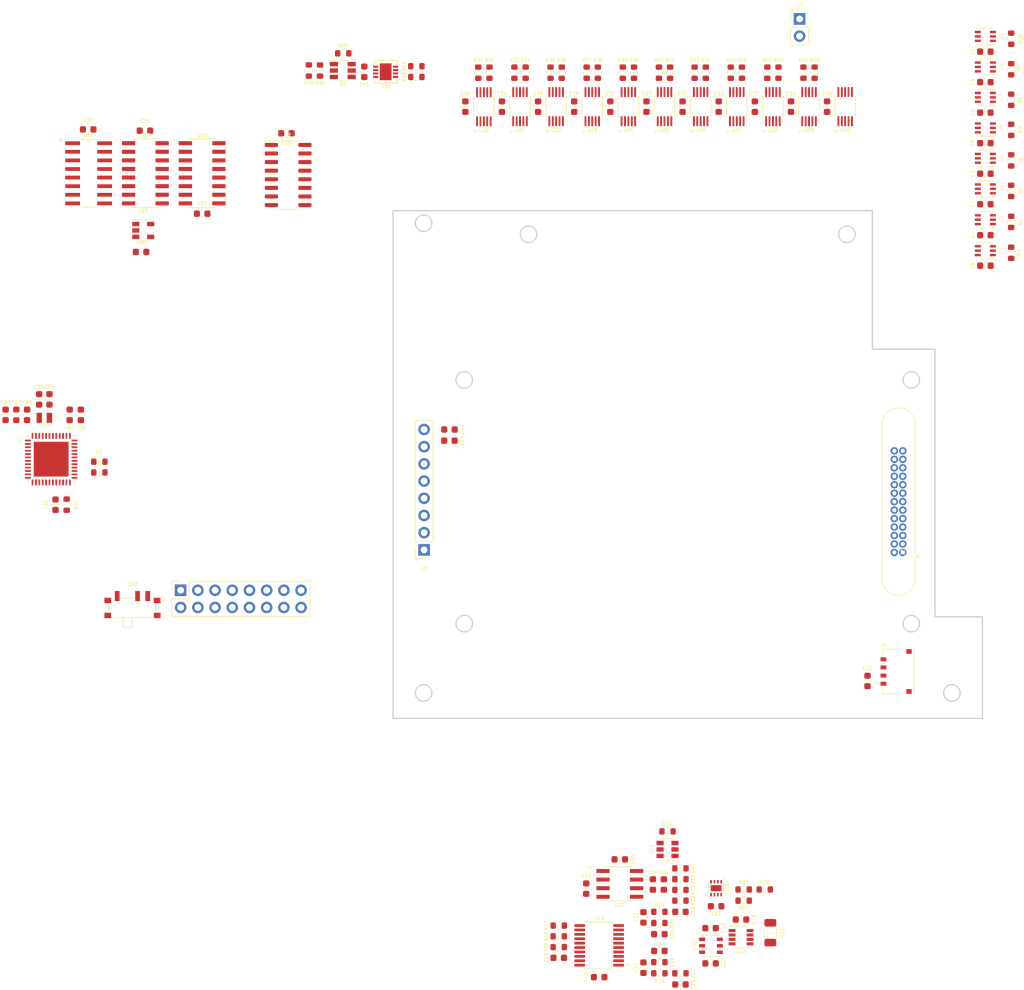
<source format=kicad_pcb>
(kicad_pcb (version 20171130) (host pcbnew "(5.1.10)-1")
  (layers (0 F.Cu signal) (1 In1.Cu signal) (2 In2.Cu signal) (31 B.Cu signal) (34 B.Paste user) (35 F.Paste user) (36 B.SilkS user) (37 F.SilkS user) (38 B.Mask user) (39 F.Mask user) (44 Edge.Cuts user))
  (net 0 "")
  (net 1 GND)
  (net 2 +3V3)
  (net 3 "Net-(C18-Pad1)")
  (net 4 "Net-(C21-Pad2)")
  (net 5 "Net-(C21-Pad1)")
  (net 6 "Net-(C23-Pad2)")
  (net 7 "Net-(C23-Pad1)")
  (net 8 "Net-(C25-Pad1)")
  (net 9 "Net-(C26-Pad1)")
  (net 10 "Net-(C41-Pad2)")
  (net 11 "Net-(C43-Pad1)")
  (net 12 PAYLOAD_RST)
  (net 13 "Net-(C52-Pad2)")
  (net 14 "Net-(C52-Pad1)")
  (net 15 -3V3)
  (net 16 "Net-(C58-Pad2)")
  (net 17 "Net-(C59-Pad2)")
  (net 18 "Net-(C60-Pad1)")
  (net 19 "Net-(J1-Pad2)")
  (net 20 "Net-(J1-Pad1)")
  (net 21 "Net-(J2-Pad26)")
  (net 22 "Net-(J2-Pad25)")
  (net 23 "Net-(J2-Pad24)")
  (net 24 "Net-(J2-Pad23)")
  (net 25 "Net-(J2-Pad22)")
  (net 26 "Net-(J2-Pad21)")
  (net 27 "Net-(J2-Pad20)")
  (net 28 "Net-(J2-Pad19)")
  (net 29 "Net-(J2-Pad18)")
  (net 30 "Net-(J2-Pad17)")
  (net 31 "Net-(J2-Pad16)")
  (net 32 "Net-(J2-Pad15)")
  (net 33 "Net-(J2-Pad14)")
  (net 34 "Net-(J2-Pad13)")
  (net 35 "Net-(J2-Pad12)")
  (net 36 "Net-(J2-Pad11)")
  (net 37 "Net-(J2-Pad10)")
  (net 38 "Net-(J2-Pad9)")
  (net 39 "Net-(J2-Pad8)")
  (net 40 "Net-(J2-Pad7)")
  (net 41 "Net-(J2-Pad6)")
  (net 42 "Net-(J2-Pad5)")
  (net 43 "Net-(J2-Pad4)")
  (net 44 "Net-(J2-Pad3)")
  (net 45 "Net-(J2-Pad2)")
  (net 46 "Net-(J2-Pad1)")
  (net 47 "Net-(Q1-Pad3)")
  (net 48 "Net-(Q1-Pad1)")
  (net 49 "/Payload Controller/SCL")
  (net 50 "/Payload Controller/SDA")
  (net 51 "Net-(R3-Pad1)")
  (net 52 "Net-(R4-Pad1)")
  (net 53 "Net-(R5-Pad1)")
  (net 54 "Net-(R6-Pad1)")
  (net 55 "Net-(R7-Pad1)")
  (net 56 "Net-(R8-Pad1)")
  (net 57 "Net-(R10-Pad2)")
  (net 58 "/Curve Tracer/LADDER_VOLTAGE")
  (net 59 "Net-(R11-Pad2)")
  (net 60 "Net-(R11-Pad1)")
  (net 61 "Net-(R12-Pad2)")
  (net 62 "/Curve Tracer/ADC_CS")
  (net 63 "/Curve Tracer/ADC_DRDY")
  (net 64 "/Curve Tracer/ADC_SYNC")
  (net 65 "Net-(R22-Pad2)")
  (net 66 "Net-(R23-Pad2)")
  (net 67 "/Perovskite Switches/PANEL_POSITIVE")
  (net 68 "Net-(R25-Pad2)")
  (net 69 "Net-(R25-Pad1)")
  (net 70 "/Payload Controller/ENABLE_TEST_SOURCE")
  (net 71 "Net-(R31-Pad2)")
  (net 72 "Net-(R32-Pad2)")
  (net 73 "Net-(R33-Pad2)")
  (net 74 "Net-(R34-Pad2)")
  (net 75 "Net-(R35-Pad2)")
  (net 76 "Net-(R36-Pad2)")
  (net 77 "Net-(R37-Pad2)")
  (net 78 "Net-(R38-Pad2)")
  (net 79 "Net-(R39-Pad2)")
  (net 80 "Net-(R40-Pad2)")
  (net 81 "Net-(R41-Pad2)")
  (net 82 "Net-(R42-Pad2)")
  (net 83 "Net-(R43-Pad2)")
  (net 84 "Net-(R44-Pad2)")
  (net 85 "Net-(R45-Pad2)")
  (net 86 "Net-(R46-Pad2)")
  (net 87 "Net-(R47-Pad2)")
  (net 88 "Net-(R48-Pad2)")
  (net 89 "Net-(R49-Pad2)")
  (net 90 "Net-(R50-Pad2)")
  (net 91 "Net-(R51-Pad2)")
  (net 92 "Net-(R51-Pad1)")
  (net 93 "Net-(R52-Pad2)")
  (net 94 "Net-(J4-Pad4)")
  (net 95 "Net-(J4-Pad2)")
  (net 96 "Net-(U1-Pad15)")
  (net 97 "/Payload Controller/LADDER_LATCH")
  (net 98 "/Payload Controller/~LADDER_EN")
  (net 99 "/Payload Controller/LADDER_CLOCK")
  (net 100 "/Payload Controller/~LADDER_RESET")
  (net 101 "Net-(U1-Pad9)")
  (net 102 "Net-(U1-Pad7)")
  (net 103 "Net-(U1-Pad6)")
  (net 104 "Net-(U1-Pad5)")
  (net 105 "Net-(U1-Pad4)")
  (net 106 "Net-(U1-Pad3)")
  (net 107 "Net-(U1-Pad2)")
  (net 108 "Net-(U1-Pad1)")
  (net 109 "Net-(U2-Pad5)")
  (net 110 "Net-(U3-Pad5)")
  (net 111 "Net-(U4-Pad5)")
  (net 112 "Net-(U5-Pad5)")
  (net 113 "Net-(U6-Pad5)")
  (net 114 "Net-(U7-Pad5)")
  (net 115 "Net-(U8-Pad5)")
  (net 116 "Net-(U9-Pad5)")
  (net 117 "/Curve Tracer/ADC_CLK")
  (net 118 "/Curve Tracer/MOSI")
  (net 119 "/Curve Tracer/MISO")
  (net 120 "/Curve Tracer/SCLK")
  (net 121 "Net-(U12-Pad8)")
  (net 122 "Net-(U12-Pad7)")
  (net 123 "Net-(U12-Pad6)")
  (net 124 "Net-(U12-Pad5)")
  (net 125 "Net-(U13-Pad6)")
  (net 126 "Net-(U15-Pad4)")
  (net 127 "/Payload Controller/ENABLE_PANEL_SWITCH")
  (net 128 "Net-(U15-Pad1)")
  (net 129 "/Payload Controller/RESET_PANEL_SWITCH")
  (net 130 "Net-(U16-Pad14)")
  (net 131 "Net-(U16-Pad13)")
  (net 132 "Net-(U16-Pad12)")
  (net 133 "Net-(U16-Pad11)")
  (net 134 "/Payload Controller/10-19_CLOCK")
  (net 135 "Net-(U16-Pad6)")
  (net 136 "Net-(U16-Pad5)")
  (net 137 "Net-(U16-Pad4)")
  (net 138 "Net-(U16-Pad3)")
  (net 139 "/Payload Controller/0-9_CLOCK")
  (net 140 "Net-(U17-Pad15)")
  (net 141 "Net-(U17-Pad14)")
  (net 142 "Net-(U17-Pad9)")
  (net 143 "Net-(U17-Pad7)")
  (net 144 "Net-(U17-Pad6)")
  (net 145 "Net-(U17-Pad5)")
  (net 146 "Net-(U17-Pad4)")
  (net 147 "Net-(U17-Pad3)")
  (net 148 "Net-(U17-Pad2)")
  (net 149 "Net-(U17-Pad1)")
  (net 150 "Net-(U18-Pad15)")
  (net 151 "Net-(U18-Pad14)")
  (net 152 "Net-(U18-Pad9)")
  (net 153 "Net-(U18-Pad7)")
  (net 154 "Net-(U18-Pad6)")
  (net 155 "Net-(U18-Pad5)")
  (net 156 "Net-(U18-Pad4)")
  (net 157 "Net-(U18-Pad3)")
  (net 158 "Net-(U18-Pad2)")
  (net 159 "Net-(U18-Pad1)")
  (net 160 "Net-(U19-Pad6)")
  (net 161 "/Payload Controller/REVERSE_BIAS")
  (net 162 "Net-(U20-Pad10)")
  (net 163 "Net-(U20-Pad6)")
  (net 164 "Net-(U21-Pad10)")
  (net 165 "Net-(U21-Pad6)")
  (net 166 "Net-(U22-Pad10)")
  (net 167 "Net-(U22-Pad6)")
  (net 168 "Net-(U23-Pad10)")
  (net 169 "Net-(U23-Pad6)")
  (net 170 "Net-(U24-Pad10)")
  (net 171 "Net-(U24-Pad6)")
  (net 172 "Net-(U25-Pad10)")
  (net 173 "Net-(U25-Pad6)")
  (net 174 "Net-(U26-Pad10)")
  (net 175 "Net-(U26-Pad6)")
  (net 176 "Net-(U27-Pad10)")
  (net 177 "Net-(U27-Pad6)")
  (net 178 "Net-(U28-Pad10)")
  (net 179 "Net-(U28-Pad6)")
  (net 180 "Net-(U33-Pad7)")
  (net 181 "Net-(U33-Pad1)")
  (net 182 "Net-(U34-Pad33)")
  (net 183 FAULT)
  (net 184 "Net-(U34-Pad27)")
  (net 185 TDO)
  (net 186 "Net-(U34-Pad8)")
  (net 187 "Net-(U34-Pad7)")
  (net 188 "Net-(U34-Pad6)")
  (net 189 "Net-(U34-Pad5)")
  (net 190 "Net-(U34-Pad2)")
  (net 191 "Net-(U34-Pad1)")
  (net 192 "Net-(U34-Pad45)")
  (net 193 "Net-(U34-Pad42)")
  (net 194 "Net-(U34-Pad38)")
  (net 195 TEST)
  (net 196 RX_IN)
  (net 197 TX_OUT)
  (net 198 "/Payload Controller/BUSY_IN")
  (net 199 TCK)
  (net 200 TMS)
  (net 201 TDI)
  (net 202 "Net-(U19-Pad10)")
  (net 203 "Net-(J4-Pad14)")
  (net 204 "Net-(J4-Pad13)")
  (net 205 "Net-(J4-Pad12)")
  (net 206 ~PAYLOAD_RST)
  (net 207 "Net-(J4-Pad10)")
  (net 208 "Net-(J4-Pad6)")
  (module Resistor_SMD:R_1206_3216Metric (layer F.Cu) (at 168.7195 167.5511 270)
    (fp_text reference R24 (at 0 -1.82 90) (layer F.SilkS) (effects (font (size 0.5 0.5) (thickness 0.1))))
    (fp_text value 510m)
    (pad 2 smd roundrect (at 1.4625 0 270) (size 1.125 1.75) (layers F.Cu F.Paste F.Mask) (roundrect_rratio 0.222222) (net 67 "/Perovskite Switches/PANEL_POSITIVE"))
    (pad 1 smd roundrect (at -1.4625 0 270) (size 1.125 1.75) (layers F.Cu F.Paste F.Mask) (roundrect_rratio 0.222222) (net 58 "/Curve Tracer/LADDER_VOLTAGE"))
  )
  (module Capacitor_SMD:C_0603_1608Metric (layer F.Cu) (at 177.1015 45.5295 270)
    (fp_text reference C46 (at -1.905 0 180) (layer F.SilkS) (effects (font (size 0.5 0.5) (thickness 0.1))))
    (fp_text value 0.1u)
    (pad 2 smd roundrect (at 0.775 0 270) (size 0.9 0.95) (layers F.Cu F.Paste F.Mask) (net 1 GND))
    (pad 1 smd roundrect (at -0.775 0 270) (size 0.9 0.95) (layers F.Cu F.Paste F.Mask) (net 2 +3V3))
  )
  (module 0781710004:MOLEX_0781710004 (layer F.Cu) (at 185.42 128.9685 90)
    (fp_text reference J5 (at 3.8735 0 180) (layer F.SilkS) (effects (font (size 0.5 0.5) (thickness 0.1))))
    (fp_text value 0781710004)
    (pad 1 smd rect (at -1.8 0 90) (size 0.6 0.85) (layers F.Cu F.Paste F.Mask) (net 1 GND))
    (pad S2 smd rect (at -2.95 3.775 90) (size 0.7 0.8) (layers F.Cu F.Paste F.Mask) (net 1 GND))
    (pad S1 smd rect (at 2.95 3.775 90) (size 0.7 0.8) (layers F.Cu F.Paste F.Mask) (net 1 GND))
    (pad 2 smd rect (at -0.6 0 90) (size 0.6 0.85) (layers F.Cu F.Paste F.Mask) (net 2 +3V3))
    (pad 3 smd rect (at 0.6 0 90) (size 0.6 0.85) (layers F.Cu F.Paste F.Mask) (net 49 "/Payload Controller/SCL"))
    (pad 4 smd rect (at 1.8 0 90) (size 0.6 0.85) (layers F.Cu F.Paste F.Mask) (net 50 "/Payload Controller/SDA"))
  )
  (module Connector_PinSocket_2.54mm:PinSocket_2x08_P2.54mm_Vertical (layer F.Cu) (at 81.661 116.967 90)
    (fp_text reference J4 (at -1.27 -2.77 90) (layer F.SilkS) (effects (font (size 0.5 0.5) (thickness 0.1))))
    (fp_text value Conn_02x07_Odd_Even)
    (pad 16 thru_hole oval (at -2.54 17.78 90) (size 1.7 1.7) (drill 1) (layers *.Cu *.Mask))
    (pad 15 thru_hole oval (at 0 17.78 90) (size 1.7 1.7) (drill 1) (layers *.Cu *.Mask))
    (pad 14 thru_hole oval (at -2.54 15.24 90) (size 1.7 1.7) (drill 1) (layers *.Cu *.Mask) (net 203 "Net-(J4-Pad14)"))
    (pad 13 thru_hole oval (at 0 15.24 90) (size 1.7 1.7) (drill 1) (layers *.Cu *.Mask) (net 204 "Net-(J4-Pad13)"))
    (pad 12 thru_hole oval (at -2.54 12.7 90) (size 1.7 1.7) (drill 1) (layers *.Cu *.Mask) (net 205 "Net-(J4-Pad12)"))
    (pad 11 thru_hole oval (at 0 12.7 90) (size 1.7 1.7) (drill 1) (layers *.Cu *.Mask) (net 206 ~PAYLOAD_RST))
    (pad 10 thru_hole oval (at -2.54 10.16 90) (size 1.7 1.7) (drill 1) (layers *.Cu *.Mask) (net 207 "Net-(J4-Pad10)"))
    (pad 9 thru_hole oval (at 0 10.16 90) (size 1.7 1.7) (drill 1) (layers *.Cu *.Mask) (net 1 GND))
    (pad 8 thru_hole oval (at -2.54 7.62 90) (size 1.7 1.7) (drill 1) (layers *.Cu *.Mask) (net 195 TEST))
    (pad 7 thru_hole oval (at 0 7.62 90) (size 1.7 1.7) (drill 1) (layers *.Cu *.Mask) (net 199 TCK))
    (pad 6 thru_hole oval (at -2.54 5.08 90) (size 1.7 1.7) (drill 1) (layers *.Cu *.Mask) (net 208 "Net-(J4-Pad6)"))
    (pad 5 thru_hole oval (at 0 5.08 90) (size 1.7 1.7) (drill 1) (layers *.Cu *.Mask) (net 200 TMS))
    (pad 4 thru_hole oval (at -2.54 2.54 90) (size 1.7 1.7) (drill 1) (layers *.Cu *.Mask) (net 94 "Net-(J4-Pad4)"))
    (pad 3 thru_hole oval (at 0 2.54 90) (size 1.7 1.7) (drill 1) (layers *.Cu *.Mask) (net 201 TDI))
    (pad 2 thru_hole oval (at -2.54 0 90) (size 1.7 1.7) (drill 1) (layers *.Cu *.Mask) (net 95 "Net-(J4-Pad2)"))
    (pad 1 thru_hole rect (at 0 0 90) (size 1.7 1.7) (drill 1) (layers *.Cu *.Mask) (net 185 TDO))
  )
  (module Connector_PinSocket_2.54mm:PinSocket_1x08_P2.54mm_Vertical (layer F.Cu) (at 117.602 110.998 180)
    (fp_text reference J3 (at 0 -2.77) (layer F.SilkS) (effects (font (size 0.5 0.5) (thickness 0.1))))
    (fp_text value Conn_01x08_Female)
    (pad 8 thru_hole oval (at 0 17.78 180) (size 1.7 1.7) (drill 1) (layers *.Cu *.Mask) (net 2 +3V3))
    (pad 7 thru_hole oval (at 0 15.24 180) (size 1.7 1.7) (drill 1) (layers *.Cu *.Mask) (net 2 +3V3))
    (pad 6 thru_hole oval (at 0 12.7 180) (size 1.7 1.7) (drill 1) (layers *.Cu *.Mask) (net 12 PAYLOAD_RST))
    (pad 5 thru_hole oval (at 0 10.16 180) (size 1.7 1.7) (drill 1) (layers *.Cu *.Mask) (net 183 FAULT))
    (pad 4 thru_hole oval (at 0 7.62 180) (size 1.7 1.7) (drill 1) (layers *.Cu *.Mask) (net 196 RX_IN))
    (pad 3 thru_hole oval (at 0 5.08 180) (size 1.7 1.7) (drill 1) (layers *.Cu *.Mask) (net 197 TX_OUT))
    (pad 2 thru_hole oval (at 0 2.54 180) (size 1.7 1.7) (drill 1) (layers *.Cu *.Mask) (net 1 GND))
    (pad 1 thru_hole rect (at 0 0 180) (size 1.7 1.7) (drill 1) (layers *.Cu *.Mask) (net 1 GND))
  )
  (module ul_LT6654AMPS6-1-25-TRMPBF:LT6654AMPS6-1.25-TRMPBF (layer F.Cu) (at 159.9565 169.4815)
    (fp_text reference U31 (at -2.413 0 270) (layer F.SilkS) (effects (font (size 0.5 0.5) (thickness 0.1))))
    (fp_text value LT6654AMPS6-1.25)
    (pad 6 smd rect (at 1.31445 -0.950001) (size 0.8763 0.508) (layers F.Cu F.Paste F.Mask) (net 11 "Net-(C43-Pad1)"))
    (pad 5 smd rect (at 1.31445 0) (size 0.8763 0.508) (layers F.Cu F.Paste F.Mask))
    (pad 4 smd rect (at 1.31445 0.950001) (size 0.8763 0.508) (layers F.Cu F.Paste F.Mask) (net 2 +3V3))
    (pad 3 smd rect (at -1.31445 0.950001) (size 0.8763 0.508) (layers F.Cu F.Paste F.Mask))
    (pad 2 smd rect (at -1.31445 0) (size 0.8763 0.508) (layers F.Cu F.Paste F.Mask) (net 1 GND))
    (pad 1 smd rect (at -1.31445 -0.950001) (size 0.8763 0.508) (layers F.Cu F.Paste F.Mask) (net 1 GND))
  )
  (module ul_INA190A4IDDFR:INA190A4IDDFR (layer F.Cu) (at 164.4015 168.2115)
    (fp_text reference U13 (at 0 2.159) (layer F.SilkS) (effects (font (size 0.5 0.5) (thickness 0.1))))
    (fp_text value INA190A4IDDFR)
    (pad 8 smd rect (at 1.32715 -0.974999) (size 1.0033 0.4572) (layers F.Cu F.Paste F.Mask) (net 58 "/Curve Tracer/LADDER_VOLTAGE"))
    (pad 7 smd rect (at 1.32715 -0.325001) (size 1.0033 0.4572) (layers F.Cu F.Paste F.Mask) (net 67 "/Perovskite Switches/PANEL_POSITIVE"))
    (pad 6 smd rect (at 1.32715 0.325001) (size 1.0033 0.4572) (layers F.Cu F.Paste F.Mask) (net 125 "Net-(U13-Pad6)"))
    (pad 5 smd rect (at 1.32715 0.974999) (size 1.0033 0.4572) (layers F.Cu F.Paste F.Mask) (net 65 "Net-(R22-Pad2)"))
    (pad 4 smd rect (at -1.32715 0.974999) (size 1.0033 0.4572) (layers F.Cu F.Paste F.Mask) (net 1 GND))
    (pad 3 smd rect (at -1.32715 0.325001) (size 1.0033 0.4572) (layers F.Cu F.Paste F.Mask) (net 11 "Net-(C43-Pad1)"))
    (pad 2 smd rect (at -1.32715 -0.325001) (size 1.0033 0.4572) (layers F.Cu F.Paste F.Mask) (net 2 +3V3))
    (pad 1 smd rect (at -1.32715 -0.974999) (size 1.0033 0.4572) (layers F.Cu F.Paste F.Mask) (net 2 +3V3))
  )
  (module ul_ADG841YKSZ-500RL7:ADG841YKSZ-500RL7 (layer F.Cu) (at 200.4695 35.159 180)
    (fp_text reference U9 (at -2.2995 -0.02 90) (layer F.SilkS) (effects (font (size 0.5 0.5) (thickness 0.1))))
    (fp_text value ADG841YKSZ-500RL7 hide)
    (pad 6 smd rect (at 1.11125 -0.649999 180) (size 0.8763 0.3556) (layers F.Cu F.Paste F.Mask) (net 2 +3V3))
    (pad 5 smd rect (at 1.11125 0 180) (size 0.8763 0.3556) (layers F.Cu F.Paste F.Mask) (net 116 "Net-(U9-Pad5)"))
    (pad 4 smd rect (at 1.11125 0.649999 180) (size 0.8763 0.3556) (layers F.Cu F.Paste F.Mask) (net 102 "Net-(U1-Pad7)"))
    (pad 3 smd rect (at -1.11125 0.649999 180) (size 0.8763 0.3556) (layers F.Cu F.Paste F.Mask) (net 1 GND))
    (pad 2 smd rect (at -1.11125 0 180) (size 0.8763 0.3556) (layers F.Cu F.Paste F.Mask) (net 58 "/Curve Tracer/LADDER_VOLTAGE"))
    (pad 1 smd rect (at -1.11125 -0.649999 180) (size 0.8763 0.3556) (layers F.Cu F.Paste F.Mask) (net 57 "Net-(R10-Pad2)"))
  )
  (module ul_ADG841YKSZ-500RL7:ADG841YKSZ-500RL7 (layer F.Cu) (at 200.4695 39.6675 180)
    (fp_text reference U8 (at -2.413 0.0435 90) (layer F.SilkS) (effects (font (size 0.5 0.5) (thickness 0.1))))
    (fp_text value ADG841YKSZ-500RL7 hide)
    (pad 6 smd rect (at 1.11125 -0.649999 180) (size 0.8763 0.3556) (layers F.Cu F.Paste F.Mask) (net 2 +3V3))
    (pad 5 smd rect (at 1.11125 0 180) (size 0.8763 0.3556) (layers F.Cu F.Paste F.Mask) (net 115 "Net-(U8-Pad5)"))
    (pad 4 smd rect (at 1.11125 0.649999 180) (size 0.8763 0.3556) (layers F.Cu F.Paste F.Mask) (net 103 "Net-(U1-Pad6)"))
    (pad 3 smd rect (at -1.11125 0.649999 180) (size 0.8763 0.3556) (layers F.Cu F.Paste F.Mask) (net 1 GND))
    (pad 2 smd rect (at -1.11125 0 180) (size 0.8763 0.3556) (layers F.Cu F.Paste F.Mask) (net 57 "Net-(R10-Pad2)"))
    (pad 1 smd rect (at -1.11125 -0.649999 180) (size 0.8763 0.3556) (layers F.Cu F.Paste F.Mask) (net 56 "Net-(R8-Pad1)"))
  )
  (module ul_ADG841YKSZ-500RL7:ADG841YKSZ-500RL7 (layer F.Cu) (at 200.4695 44.1615 180)
    (fp_text reference U7 (at -2.2995 -0.0345 90) (layer F.SilkS) (effects (font (size 0.5 0.5) (thickness 0.1))))
    (fp_text value ADG841YKSZ-500RL7 hide)
    (pad 6 smd rect (at 1.11125 -0.649999 180) (size 0.8763 0.3556) (layers F.Cu F.Paste F.Mask) (net 2 +3V3))
    (pad 5 smd rect (at 1.11125 0 180) (size 0.8763 0.3556) (layers F.Cu F.Paste F.Mask) (net 114 "Net-(U7-Pad5)"))
    (pad 4 smd rect (at 1.11125 0.649999 180) (size 0.8763 0.3556) (layers F.Cu F.Paste F.Mask) (net 104 "Net-(U1-Pad5)"))
    (pad 3 smd rect (at -1.11125 0.649999 180) (size 0.8763 0.3556) (layers F.Cu F.Paste F.Mask) (net 1 GND))
    (pad 2 smd rect (at -1.11125 0 180) (size 0.8763 0.3556) (layers F.Cu F.Paste F.Mask) (net 56 "Net-(R8-Pad1)"))
    (pad 1 smd rect (at -1.11125 -0.649999 180) (size 0.8763 0.3556) (layers F.Cu F.Paste F.Mask) (net 55 "Net-(R7-Pad1)"))
  )
  (module ul_ADG841YKSZ-500RL7:ADG841YKSZ-500RL7 (layer F.Cu) (at 200.4695 48.67 180)
    (fp_text reference U6 (at -2.286 0.029 90) (layer F.SilkS) (effects (font (size 0.5 0.5) (thickness 0.1))))
    (fp_text value ADG841YKSZ-500RL7 hide)
    (pad 6 smd rect (at 1.11125 -0.649999 180) (size 0.8763 0.3556) (layers F.Cu F.Paste F.Mask) (net 2 +3V3))
    (pad 5 smd rect (at 1.11125 0 180) (size 0.8763 0.3556) (layers F.Cu F.Paste F.Mask) (net 113 "Net-(U6-Pad5)"))
    (pad 4 smd rect (at 1.11125 0.649999 180) (size 0.8763 0.3556) (layers F.Cu F.Paste F.Mask) (net 105 "Net-(U1-Pad4)"))
    (pad 3 smd rect (at -1.11125 0.649999 180) (size 0.8763 0.3556) (layers F.Cu F.Paste F.Mask) (net 1 GND))
    (pad 2 smd rect (at -1.11125 0 180) (size 0.8763 0.3556) (layers F.Cu F.Paste F.Mask) (net 55 "Net-(R7-Pad1)"))
    (pad 1 smd rect (at -1.11125 -0.649999 180) (size 0.8763 0.3556) (layers F.Cu F.Paste F.Mask) (net 54 "Net-(R6-Pad1)"))
  )
  (module ul_ADG841YKSZ-500RL7:ADG841YKSZ-500RL7 (layer F.Cu) (at 200.4695 53.164 180)
    (fp_text reference U5 (at -2.2995 0.0145 90) (layer F.SilkS) (effects (font (size 0.5 0.5) (thickness 0.1))))
    (fp_text value ADG841YKSZ-500RL7 hide)
    (pad 6 smd rect (at 1.11125 -0.649999 180) (size 0.8763 0.3556) (layers F.Cu F.Paste F.Mask) (net 2 +3V3))
    (pad 5 smd rect (at 1.11125 0 180) (size 0.8763 0.3556) (layers F.Cu F.Paste F.Mask) (net 112 "Net-(U5-Pad5)"))
    (pad 4 smd rect (at 1.11125 0.649999 180) (size 0.8763 0.3556) (layers F.Cu F.Paste F.Mask) (net 106 "Net-(U1-Pad3)"))
    (pad 3 smd rect (at -1.11125 0.649999 180) (size 0.8763 0.3556) (layers F.Cu F.Paste F.Mask) (net 1 GND))
    (pad 2 smd rect (at -1.11125 0 180) (size 0.8763 0.3556) (layers F.Cu F.Paste F.Mask) (net 54 "Net-(R6-Pad1)"))
    (pad 1 smd rect (at -1.11125 -0.649999 180) (size 0.8763 0.3556) (layers F.Cu F.Paste F.Mask) (net 53 "Net-(R5-Pad1)"))
  )
  (module ul_ADG841YKSZ-500RL7:ADG841YKSZ-500RL7 (layer F.Cu) (at 200.4695 57.6725 180)
    (fp_text reference U4 (at -2.286 0.0145 90) (layer F.SilkS) (effects (font (size 0.5 0.5) (thickness 0.1))))
    (fp_text value ADG841YKSZ-500RL7 hide)
    (pad 6 smd rect (at 1.11125 -0.649999 180) (size 0.8763 0.3556) (layers F.Cu F.Paste F.Mask) (net 2 +3V3))
    (pad 5 smd rect (at 1.11125 0 180) (size 0.8763 0.3556) (layers F.Cu F.Paste F.Mask) (net 111 "Net-(U4-Pad5)"))
    (pad 4 smd rect (at 1.11125 0.649999 180) (size 0.8763 0.3556) (layers F.Cu F.Paste F.Mask) (net 107 "Net-(U1-Pad2)"))
    (pad 3 smd rect (at -1.11125 0.649999 180) (size 0.8763 0.3556) (layers F.Cu F.Paste F.Mask) (net 1 GND))
    (pad 2 smd rect (at -1.11125 0 180) (size 0.8763 0.3556) (layers F.Cu F.Paste F.Mask) (net 53 "Net-(R5-Pad1)"))
    (pad 1 smd rect (at -1.11125 -0.649999 180) (size 0.8763 0.3556) (layers F.Cu F.Paste F.Mask) (net 52 "Net-(R4-Pad1)"))
  )
  (module ul_ADG841YKSZ-500RL7:ADG841YKSZ-500RL7 (layer F.Cu) (at 200.4695 62.23 180)
    (fp_text reference U3 (at -2.2995 0 90) (layer F.SilkS) (effects (font (size 0.5 0.5) (thickness 0.1))))
    (fp_text value ADG841YKSZ-500RL7 hide)
    (pad 6 smd rect (at 1.11125 -0.649999 180) (size 0.8763 0.3556) (layers F.Cu F.Paste F.Mask) (net 2 +3V3))
    (pad 5 smd rect (at 1.11125 0 180) (size 0.8763 0.3556) (layers F.Cu F.Paste F.Mask) (net 110 "Net-(U3-Pad5)"))
    (pad 4 smd rect (at 1.11125 0.649999 180) (size 0.8763 0.3556) (layers F.Cu F.Paste F.Mask) (net 108 "Net-(U1-Pad1)"))
    (pad 3 smd rect (at -1.11125 0.649999 180) (size 0.8763 0.3556) (layers F.Cu F.Paste F.Mask) (net 1 GND))
    (pad 2 smd rect (at -1.11125 0 180) (size 0.8763 0.3556) (layers F.Cu F.Paste F.Mask) (net 52 "Net-(R4-Pad1)"))
    (pad 1 smd rect (at -1.11125 -0.649999 180) (size 0.8763 0.3556) (layers F.Cu F.Paste F.Mask) (net 51 "Net-(R3-Pad1)"))
  )
  (module ul_ADG841YKSZ-500RL7:ADG841YKSZ-500RL7 (layer F.Cu) (at 200.4695 66.802 180)
    (fp_text reference U2 (at -2.286 0 90) (layer F.SilkS) (effects (font (size 0.5 0.5) (thickness 0.1))))
    (fp_text value ADG841YKSZ-500RL7 hide)
    (pad 6 smd rect (at 1.11125 -0.649999 180) (size 0.8763 0.3556) (layers F.Cu F.Paste F.Mask) (net 2 +3V3))
    (pad 5 smd rect (at 1.11125 0 180) (size 0.8763 0.3556) (layers F.Cu F.Paste F.Mask) (net 109 "Net-(U2-Pad5)"))
    (pad 4 smd rect (at 1.11125 0.649999 180) (size 0.8763 0.3556) (layers F.Cu F.Paste F.Mask) (net 96 "Net-(U1-Pad15)"))
    (pad 3 smd rect (at -1.11125 0.649999 180) (size 0.8763 0.3556) (layers F.Cu F.Paste F.Mask) (net 1 GND))
    (pad 2 smd rect (at -1.11125 0 180) (size 0.8763 0.3556) (layers F.Cu F.Paste F.Mask) (net 51 "Net-(R3-Pad1)"))
    (pad 1 smd rect (at -1.11125 -0.649999 180) (size 0.8763 0.3556) (layers F.Cu F.Paste F.Mask) (net 1 GND))
  )
  (module CM8V-T1A-32:XTAL_CM8V-T1A-32.768KHZ-7PF-20PPM-TA-QC (layer F.Cu) (at 61.5315 91.5035)
    (fp_text reference Y1 (at 1.8415 0 90) (layer F.SilkS) (effects (font (size 0.5 0.5) (thickness 0.1))))
    (fp_text value CM8V-T1A)
    (pad 2 smd rect (at 0.75 0) (size 0.8 1.5) (layers F.Cu F.Paste F.Mask) (net 17 "Net-(C59-Pad2)"))
    (pad 1 smd rect (at -0.75 0) (size 0.8 1.5) (layers F.Cu F.Paste F.Mask) (net 16 "Net-(C58-Pad2)"))
  )
  (module MSP430FR5969IRGZR:QFN50P700X700X100-49N (layer F.Cu) (at 62.5475 97.5995)
    (fp_text reference U34 (at -0.825 -5.135) (layer F.SilkS) (effects (font (size 0.5 0.5) (thickness 0.1))))
    (fp_text value MSP430FR5969IRGZR)
    (pad 49 smd rect (at 0 0) (size 5.15 5.15) (layers F.Cu F.Mask) (net 1 GND))
    (pad 36 smd roundrect (at 3.435 -2.75) (size 0.86 0.26) (layers F.Cu F.Paste F.Mask) (roundrect_rratio 0.03) (net 1 GND))
    (pad 35 smd roundrect (at 3.435 -2.25) (size 0.86 0.26) (layers F.Cu F.Paste F.Mask) (roundrect_rratio 0.03) (net 139 "/Payload Controller/0-9_CLOCK"))
    (pad 34 smd roundrect (at 3.435 -1.75) (size 0.86 0.26) (layers F.Cu F.Paste F.Mask) (roundrect_rratio 0.03) (net 134 "/Payload Controller/10-19_CLOCK"))
    (pad 33 smd roundrect (at 3.435 -1.25) (size 0.86 0.26) (layers F.Cu F.Paste F.Mask) (roundrect_rratio 0.03) (net 182 "Net-(U34-Pad33)"))
    (pad 32 smd roundrect (at 3.435 -0.75) (size 0.86 0.26) (layers F.Cu F.Paste F.Mask) (roundrect_rratio 0.03) (net 119 "/Curve Tracer/MISO"))
    (pad 31 smd roundrect (at 3.435 -0.25) (size 0.86 0.26) (layers F.Cu F.Paste F.Mask) (roundrect_rratio 0.03) (net 118 "/Curve Tracer/MOSI"))
    (pad 30 smd roundrect (at 3.435 0.25) (size 0.86 0.26) (layers F.Cu F.Paste F.Mask) (roundrect_rratio 0.03) (net 183 FAULT))
    (pad 29 smd roundrect (at 3.435 0.75) (size 0.86 0.26) (layers F.Cu F.Paste F.Mask) (roundrect_rratio 0.03) (net 50 "/Payload Controller/SDA"))
    (pad 28 smd roundrect (at 3.435 1.25) (size 0.86 0.26) (layers F.Cu F.Paste F.Mask) (roundrect_rratio 0.03) (net 49 "/Payload Controller/SCL"))
    (pad 27 smd roundrect (at 3.435 1.75) (size 0.86 0.26) (layers F.Cu F.Paste F.Mask) (roundrect_rratio 0.03) (net 184 "Net-(U34-Pad27)"))
    (pad 26 smd roundrect (at 3.435 2.25) (size 0.86 0.26) (layers F.Cu F.Paste F.Mask) (roundrect_rratio 0.03) (net 120 "/Curve Tracer/SCLK"))
    (pad 25 smd roundrect (at 3.435 2.75) (size 0.86 0.26) (layers F.Cu F.Paste F.Mask) (roundrect_rratio 0.03) (net 129 "/Payload Controller/RESET_PANEL_SWITCH"))
    (pad 12 smd roundrect (at -3.435 2.75) (size 0.86 0.26) (layers F.Cu F.Paste F.Mask) (roundrect_rratio 0.03) (net 185 TDO))
    (pad 11 smd roundrect (at -3.435 2.25) (size 0.86 0.26) (layers F.Cu F.Paste F.Mask) (roundrect_rratio 0.03) (net 97 "/Payload Controller/LADDER_LATCH"))
    (pad 10 smd roundrect (at -3.435 1.75) (size 0.86 0.26) (layers F.Cu F.Paste F.Mask) (roundrect_rratio 0.03) (net 100 "/Payload Controller/~LADDER_RESET"))
    (pad 9 smd roundrect (at -3.435 1.25) (size 0.86 0.26) (layers F.Cu F.Paste F.Mask) (roundrect_rratio 0.03) (net 99 "/Payload Controller/LADDER_CLOCK"))
    (pad 8 smd roundrect (at -3.435 0.75) (size 0.86 0.26) (layers F.Cu F.Paste F.Mask) (roundrect_rratio 0.03) (net 186 "Net-(U34-Pad8)"))
    (pad 7 smd roundrect (at -3.435 0.25) (size 0.86 0.26) (layers F.Cu F.Paste F.Mask) (roundrect_rratio 0.03) (net 187 "Net-(U34-Pad7)"))
    (pad 6 smd roundrect (at -3.435 -0.25) (size 0.86 0.26) (layers F.Cu F.Paste F.Mask) (roundrect_rratio 0.03) (net 188 "Net-(U34-Pad6)"))
    (pad 5 smd roundrect (at -3.435 -0.75) (size 0.86 0.26) (layers F.Cu F.Paste F.Mask) (roundrect_rratio 0.03) (net 189 "Net-(U34-Pad5)"))
    (pad 4 smd roundrect (at -3.435 -1.25) (size 0.86 0.26) (layers F.Cu F.Paste F.Mask) (roundrect_rratio 0.03) (net 63 "/Curve Tracer/ADC_DRDY"))
    (pad 3 smd roundrect (at -3.435 -1.75) (size 0.86 0.26) (layers F.Cu F.Paste F.Mask) (roundrect_rratio 0.03) (net 98 "/Payload Controller/~LADDER_EN"))
    (pad 2 smd roundrect (at -3.435 -2.25) (size 0.86 0.26) (layers F.Cu F.Paste F.Mask) (roundrect_rratio 0.03) (net 190 "Net-(U34-Pad2)"))
    (pad 1 smd roundrect (at -3.435 -2.75) (size 0.86 0.26) (layers F.Cu F.Paste F.Mask) (roundrect_rratio 0.03) (net 191 "Net-(U34-Pad1)"))
    (pad 48 smd roundrect (at -2.75 -3.435 90) (size 0.86 0.26) (layers F.Cu F.Paste F.Mask) (roundrect_rratio 0.03) (net 18 "Net-(C60-Pad1)"))
    (pad 47 smd roundrect (at -2.25 -3.435 90) (size 0.86 0.26) (layers F.Cu F.Paste F.Mask) (roundrect_rratio 0.03) (net 1 GND))
    (pad 46 smd roundrect (at -1.75 -3.435 90) (size 0.86 0.26) (layers F.Cu F.Paste F.Mask) (roundrect_rratio 0.03) (net 16 "Net-(C58-Pad2)"))
    (pad 45 smd roundrect (at -1.25 -3.435 90) (size 0.86 0.26) (layers F.Cu F.Paste F.Mask) (roundrect_rratio 0.03) (net 192 "Net-(U34-Pad45)"))
    (pad 44 smd roundrect (at -0.75 -3.435 90) (size 0.86 0.26) (layers F.Cu F.Paste F.Mask) (roundrect_rratio 0.03) (net 1 GND))
    (pad 43 smd roundrect (at -0.25 -3.435 90) (size 0.86 0.26) (layers F.Cu F.Paste F.Mask) (roundrect_rratio 0.03) (net 17 "Net-(C59-Pad2)"))
    (pad 42 smd roundrect (at 0.25 -3.435 90) (size 0.86 0.26) (layers F.Cu F.Paste F.Mask) (roundrect_rratio 0.03) (net 193 "Net-(U34-Pad42)"))
    (pad 41 smd roundrect (at 0.75 -3.435 90) (size 0.86 0.26) (layers F.Cu F.Paste F.Mask) (roundrect_rratio 0.03) (net 1 GND))
    (pad 40 smd roundrect (at 1.25 -3.435 90) (size 0.86 0.26) (layers F.Cu F.Paste F.Mask) (roundrect_rratio 0.03) (net 64 "/Curve Tracer/ADC_SYNC"))
    (pad 39 smd roundrect (at 1.75 -3.435 90) (size 0.86 0.26) (layers F.Cu F.Paste F.Mask) (roundrect_rratio 0.03) (net 161 "/Payload Controller/REVERSE_BIAS"))
    (pad 38 smd roundrect (at 2.25 -3.435 90) (size 0.86 0.26) (layers F.Cu F.Paste F.Mask) (roundrect_rratio 0.03) (net 194 "Net-(U34-Pad38)"))
    (pad 37 smd roundrect (at 2.75 -3.435 90) (size 0.86 0.26) (layers F.Cu F.Paste F.Mask) (roundrect_rratio 0.03) (net 2 +3V3))
    (pad 24 smd roundrect (at 2.75 3.435 90) (size 0.86 0.26) (layers F.Cu F.Paste F.Mask) (roundrect_rratio 0.03) (net 127 "/Payload Controller/ENABLE_PANEL_SWITCH"))
    (pad 23 smd roundrect (at 2.25 3.435 90) (size 0.86 0.26) (layers F.Cu F.Paste F.Mask) (roundrect_rratio 0.03) (net 12 PAYLOAD_RST))
    (pad 22 smd roundrect (at 1.75 3.435 90) (size 0.86 0.26) (layers F.Cu F.Paste F.Mask) (roundrect_rratio 0.03) (net 195 TEST))
    (pad 21 smd roundrect (at 1.25 3.435 90) (size 0.86 0.26) (layers F.Cu F.Paste F.Mask) (roundrect_rratio 0.03) (net 196 RX_IN))
    (pad 20 smd roundrect (at 0.75 3.435 90) (size 0.86 0.26) (layers F.Cu F.Paste F.Mask) (roundrect_rratio 0.03) (net 197 TX_OUT))
    (pad 19 smd roundrect (at 0.25 3.435 90) (size 0.86 0.26) (layers F.Cu F.Paste F.Mask) (roundrect_rratio 0.03) (net 198 "/Payload Controller/BUSY_IN"))
    (pad 18 smd roundrect (at -0.25 3.435 90) (size 0.86 0.26) (layers F.Cu F.Paste F.Mask) (roundrect_rratio 0.03) (net 117 "/Curve Tracer/ADC_CLK"))
    (pad 17 smd roundrect (at -0.75 3.435 90) (size 0.86 0.26) (layers F.Cu F.Paste F.Mask) (roundrect_rratio 0.03) (net 62 "/Curve Tracer/ADC_CS"))
    (pad 16 smd roundrect (at -1.25 3.435 90) (size 0.86 0.26) (layers F.Cu F.Paste F.Mask) (roundrect_rratio 0.03) (net 70 "/Payload Controller/ENABLE_TEST_SOURCE"))
    (pad 15 smd roundrect (at -1.75 3.435 90) (size 0.86 0.26) (layers F.Cu F.Paste F.Mask) (roundrect_rratio 0.03) (net 199 TCK))
    (pad 14 smd roundrect (at -2.25 3.435 90) (size 0.86 0.26) (layers F.Cu F.Paste F.Mask) (roundrect_rratio 0.03) (net 200 TMS))
    (pad 13 smd roundrect (at -2.75 3.435 90) (size 0.86 0.26) (layers F.Cu F.Paste F.Mask) (roundrect_rratio 0.03) (net 201 TDI))
  )
  (module ICL7660CSAT:SOIC127P600X175-8N (layer F.Cu) (at 146.4945 160.3375)
    (fp_text reference U33 (at 0 3.1115 180) (layer F.SilkS) (effects (font (size 0.5 0.5) (thickness 0.1))))
    (fp_text value ICL7660CSAT)
    (pad 8 smd roundrect (at 2.475 -1.905) (size 1.97 0.59) (layers F.Cu F.Paste F.Mask) (roundrect_rratio 0.07000000000000001) (net 2 +3V3))
    (pad 7 smd roundrect (at 2.475 -0.635) (size 1.97 0.59) (layers F.Cu F.Paste F.Mask) (roundrect_rratio 0.07000000000000001) (net 180 "Net-(U33-Pad7)"))
    (pad 6 smd roundrect (at 2.475 0.635) (size 1.97 0.59) (layers F.Cu F.Paste F.Mask) (roundrect_rratio 0.07000000000000001) (net 1 GND))
    (pad 5 smd roundrect (at 2.475 1.905) (size 1.97 0.59) (layers F.Cu F.Paste F.Mask) (roundrect_rratio 0.07000000000000001) (net 15 -3V3))
    (pad 4 smd roundrect (at -2.475 1.905) (size 1.97 0.59) (layers F.Cu F.Paste F.Mask) (roundrect_rratio 0.07000000000000001) (net 13 "Net-(C52-Pad2)"))
    (pad 3 smd roundrect (at -2.475 0.635) (size 1.97 0.59) (layers F.Cu F.Paste F.Mask) (roundrect_rratio 0.07000000000000001) (net 1 GND))
    (pad 2 smd roundrect (at -2.475 -0.635) (size 1.97 0.59) (layers F.Cu F.Paste F.Mask) (roundrect_rratio 0.07000000000000001) (net 14 "Net-(C52-Pad1)"))
    (pad 1 smd roundrect (at -2.475 -1.905) (size 1.97 0.59) (layers F.Cu F.Paste F.Mask) (roundrect_rratio 0.07000000000000001) (net 181 "Net-(U33-Pad1)"))
  )
  (module LT3092EDD_TRPBF:DFN-8_DD (layer F.Cu) (at 111.923301 40.3814 180)
    (fp_text reference U30 (at -0.027199 -2.1636) (layer F.SilkS) (effects (font (size 0.5 0.5) (thickness 0.1))))
    (fp_text value LT3092EDD#TRPBF)
    (pad 9 smd rect (at 0 0 180) (size 1.7526 2.4892) (layers F.Cu F.Mask) (net 93 "Net-(R52-Pad2)"))
    (pad 8 smd rect (at 1.4605 -0.75 180) (size 0.7874 0.3048) (layers F.Cu F.Paste F.Mask) (net 10 "Net-(C41-Pad2)"))
    (pad 7 smd rect (at 1.4605 -0.25 180) (size 0.7874 0.3048) (layers F.Cu F.Paste F.Mask) (net 10 "Net-(C41-Pad2)"))
    (pad 6 smd rect (at 1.4605 0.25 180) (size 0.7874 0.3048) (layers F.Cu F.Paste F.Mask))
    (pad 5 smd rect (at 1.4605 0.75 180) (size 0.7874 0.3048) (layers F.Cu F.Paste F.Mask))
    (pad 4 smd rect (at -1.4605 0.75 180) (size 0.7874 0.3048) (layers F.Cu F.Paste F.Mask) (net 91 "Net-(R51-Pad2)"))
    (pad 3 smd rect (at -1.4605 0.25 180) (size 0.7874 0.3048) (layers F.Cu F.Paste F.Mask))
    (pad 2 smd rect (at -1.4605 -0.25 180) (size 0.7874 0.3048) (layers F.Cu F.Paste F.Mask) (net 93 "Net-(R52-Pad2)"))
    (pad 1 smd rect (at -1.4605 -0.75 180) (size 0.7874 0.3048) (layers F.Cu F.Paste F.Mask) (net 93 "Net-(R52-Pad2)"))
  )
  (module MAX4736EUBT:SOP50P490X110-10N (layer F.Cu) (at 174.4345 45.5295 90)
    (fp_text reference U29 (at -3.4925 0 180) (layer F.SilkS) (effects (font (size 0.5 0.5) (thickness 0.1))))
    (fp_text value MAX4736EUBT)
    (pad 10 smd roundrect (at 2.15 -1 90) (size 1.47 0.28) (layers F.Cu F.Paste F.Mask) (roundrect_rratio 0.04) (net 19 "Net-(J1-Pad2)"))
    (pad 9 smd roundrect (at 2.15 -0.5 90) (size 1.47 0.28) (layers F.Cu F.Paste F.Mask) (roundrect_rratio 0.04) (net 89 "Net-(R49-Pad2)"))
    (pad 8 smd roundrect (at 2.15 0 90) (size 1.47 0.28) (layers F.Cu F.Paste F.Mask) (roundrect_rratio 0.04) (net 2 +3V3))
    (pad 7 smd roundrect (at 2.15 0.5 90) (size 1.47 0.28) (layers F.Cu F.Paste F.Mask) (roundrect_rratio 0.04) (net 90 "Net-(R50-Pad2)"))
    (pad 6 smd roundrect (at 2.15 1 90) (size 1.47 0.28) (layers F.Cu F.Paste F.Mask) (roundrect_rratio 0.04) (net 92 "Net-(R51-Pad1)"))
    (pad 5 smd roundrect (at -2.15 1 90) (size 1.47 0.28) (layers F.Cu F.Paste F.Mask) (roundrect_rratio 0.04) (net 152 "Net-(U18-Pad9)"))
    (pad 4 smd roundrect (at -2.15 0.5 90) (size 1.47 0.28) (layers F.Cu F.Paste F.Mask) (roundrect_rratio 0.04) (net 160 "Net-(U19-Pad6)"))
    (pad 3 smd roundrect (at -2.15 0 90) (size 1.47 0.28) (layers F.Cu F.Paste F.Mask) (roundrect_rratio 0.04) (net 1 GND))
    (pad 2 smd roundrect (at -2.15 -0.5 90) (size 1.47 0.28) (layers F.Cu F.Paste F.Mask) (roundrect_rratio 0.04) (net 160 "Net-(U19-Pad6)"))
    (pad 1 smd roundrect (at -2.15 -1 90) (size 1.47 0.28) (layers F.Cu F.Paste F.Mask) (roundrect_rratio 0.04) (net 155 "Net-(U18-Pad5)"))
  )
  (module MAX4736EUBT:SOP50P490X110-10N (layer F.Cu) (at 169.1005 45.5295 90)
    (fp_text reference U28 (at -3.509 -0.0015 180) (layer F.SilkS) (effects (font (size 0.5 0.5) (thickness 0.1))))
    (fp_text value MAX4736EUBT)
    (pad 10 smd roundrect (at 2.15 -1 90) (size 1.47 0.28) (layers F.Cu F.Paste F.Mask) (roundrect_rratio 0.04) (net 178 "Net-(U28-Pad10)"))
    (pad 9 smd roundrect (at 2.15 -0.5 90) (size 1.47 0.28) (layers F.Cu F.Paste F.Mask) (roundrect_rratio 0.04) (net 87 "Net-(R47-Pad2)"))
    (pad 8 smd roundrect (at 2.15 0 90) (size 1.47 0.28) (layers F.Cu F.Paste F.Mask) (roundrect_rratio 0.04) (net 2 +3V3))
    (pad 7 smd roundrect (at 2.15 0.5 90) (size 1.47 0.28) (layers F.Cu F.Paste F.Mask) (roundrect_rratio 0.04) (net 88 "Net-(R48-Pad2)"))
    (pad 6 smd roundrect (at 2.15 1 90) (size 1.47 0.28) (layers F.Cu F.Paste F.Mask) (roundrect_rratio 0.04) (net 179 "Net-(U28-Pad6)"))
    (pad 5 smd roundrect (at -2.15 1 90) (size 1.47 0.28) (layers F.Cu F.Paste F.Mask) (roundrect_rratio 0.04) (net 153 "Net-(U18-Pad7)"))
    (pad 4 smd roundrect (at -2.15 0.5 90) (size 1.47 0.28) (layers F.Cu F.Paste F.Mask) (roundrect_rratio 0.04) (net 160 "Net-(U19-Pad6)"))
    (pad 3 smd roundrect (at -2.15 0 90) (size 1.47 0.28) (layers F.Cu F.Paste F.Mask) (roundrect_rratio 0.04) (net 1 GND))
    (pad 2 smd roundrect (at -2.15 -0.5 90) (size 1.47 0.28) (layers F.Cu F.Paste F.Mask) (roundrect_rratio 0.04) (net 160 "Net-(U19-Pad6)"))
    (pad 1 smd roundrect (at -2.15 -1 90) (size 1.47 0.28) (layers F.Cu F.Paste F.Mask) (roundrect_rratio 0.04) (net 156 "Net-(U18-Pad4)"))
  )
  (module MAX4736EUBT:SOP50P490X110-10N (layer F.Cu) (at 163.7665 45.5295 90)
    (fp_text reference U27 (at -3.4925 0 180) (layer F.SilkS) (effects (font (size 0.5 0.5) (thickness 0.1))))
    (fp_text value MAX4736EUBT)
    (pad 10 smd roundrect (at 2.15 -1 90) (size 1.47 0.28) (layers F.Cu F.Paste F.Mask) (roundrect_rratio 0.04) (net 176 "Net-(U27-Pad10)"))
    (pad 9 smd roundrect (at 2.15 -0.5 90) (size 1.47 0.28) (layers F.Cu F.Paste F.Mask) (roundrect_rratio 0.04) (net 85 "Net-(R45-Pad2)"))
    (pad 8 smd roundrect (at 2.15 0 90) (size 1.47 0.28) (layers F.Cu F.Paste F.Mask) (roundrect_rratio 0.04) (net 2 +3V3))
    (pad 7 smd roundrect (at 2.15 0.5 90) (size 1.47 0.28) (layers F.Cu F.Paste F.Mask) (roundrect_rratio 0.04) (net 86 "Net-(R46-Pad2)"))
    (pad 6 smd roundrect (at 2.15 1 90) (size 1.47 0.28) (layers F.Cu F.Paste F.Mask) (roundrect_rratio 0.04) (net 177 "Net-(U27-Pad6)"))
    (pad 5 smd roundrect (at -2.15 1 90) (size 1.47 0.28) (layers F.Cu F.Paste F.Mask) (roundrect_rratio 0.04) (net 159 "Net-(U18-Pad1)"))
    (pad 4 smd roundrect (at -2.15 0.5 90) (size 1.47 0.28) (layers F.Cu F.Paste F.Mask) (roundrect_rratio 0.04) (net 160 "Net-(U19-Pad6)"))
    (pad 3 smd roundrect (at -2.15 0 90) (size 1.47 0.28) (layers F.Cu F.Paste F.Mask) (roundrect_rratio 0.04) (net 1 GND))
    (pad 2 smd roundrect (at -2.15 -0.5 90) (size 1.47 0.28) (layers F.Cu F.Paste F.Mask) (roundrect_rratio 0.04) (net 160 "Net-(U19-Pad6)"))
    (pad 1 smd roundrect (at -2.15 -1 90) (size 1.47 0.28) (layers F.Cu F.Paste F.Mask) (roundrect_rratio 0.04) (net 154 "Net-(U18-Pad6)"))
  )
  (module MAX4736EUBT:SOP50P490X110-10N (layer F.Cu) (at 158.4325 45.5295 90)
    (fp_text reference U26 (at -3.4925 0 180) (layer F.SilkS) (effects (font (size 0.5 0.5) (thickness 0.1))))
    (fp_text value MAX4736EUBT)
    (pad 10 smd roundrect (at 2.15 -1 90) (size 1.47 0.28) (layers F.Cu F.Paste F.Mask) (roundrect_rratio 0.04) (net 174 "Net-(U26-Pad10)"))
    (pad 9 smd roundrect (at 2.15 -0.5 90) (size 1.47 0.28) (layers F.Cu F.Paste F.Mask) (roundrect_rratio 0.04) (net 83 "Net-(R43-Pad2)"))
    (pad 8 smd roundrect (at 2.15 0 90) (size 1.47 0.28) (layers F.Cu F.Paste F.Mask) (roundrect_rratio 0.04) (net 2 +3V3))
    (pad 7 smd roundrect (at 2.15 0.5 90) (size 1.47 0.28) (layers F.Cu F.Paste F.Mask) (roundrect_rratio 0.04) (net 84 "Net-(R44-Pad2)"))
    (pad 6 smd roundrect (at 2.15 1 90) (size 1.47 0.28) (layers F.Cu F.Paste F.Mask) (roundrect_rratio 0.04) (net 175 "Net-(U26-Pad6)"))
    (pad 5 smd roundrect (at -2.15 1 90) (size 1.47 0.28) (layers F.Cu F.Paste F.Mask) (roundrect_rratio 0.04) (net 158 "Net-(U18-Pad2)"))
    (pad 4 smd roundrect (at -2.15 0.5 90) (size 1.47 0.28) (layers F.Cu F.Paste F.Mask) (roundrect_rratio 0.04) (net 160 "Net-(U19-Pad6)"))
    (pad 3 smd roundrect (at -2.15 0 90) (size 1.47 0.28) (layers F.Cu F.Paste F.Mask) (roundrect_rratio 0.04) (net 1 GND))
    (pad 2 smd roundrect (at -2.15 -0.5 90) (size 1.47 0.28) (layers F.Cu F.Paste F.Mask) (roundrect_rratio 0.04) (net 160 "Net-(U19-Pad6)"))
    (pad 1 smd roundrect (at -2.15 -1 90) (size 1.47 0.28) (layers F.Cu F.Paste F.Mask) (roundrect_rratio 0.04) (net 150 "Net-(U18-Pad15)"))
  )
  (module MAX4736EUBT:SOP50P490X110-10N (layer F.Cu) (at 153.0985 45.5295 90)
    (fp_text reference U25 (at -3.4925 0 180) (layer F.SilkS) (effects (font (size 0.5 0.5) (thickness 0.1))))
    (fp_text value MAX4736EUBT)
    (pad 10 smd roundrect (at 2.15 -1 90) (size 1.47 0.28) (layers F.Cu F.Paste F.Mask) (roundrect_rratio 0.04) (net 172 "Net-(U25-Pad10)"))
    (pad 9 smd roundrect (at 2.15 -0.5 90) (size 1.47 0.28) (layers F.Cu F.Paste F.Mask) (roundrect_rratio 0.04) (net 81 "Net-(R41-Pad2)"))
    (pad 8 smd roundrect (at 2.15 0 90) (size 1.47 0.28) (layers F.Cu F.Paste F.Mask) (roundrect_rratio 0.04) (net 2 +3V3))
    (pad 7 smd roundrect (at 2.15 0.5 90) (size 1.47 0.28) (layers F.Cu F.Paste F.Mask) (roundrect_rratio 0.04) (net 82 "Net-(R42-Pad2)"))
    (pad 6 smd roundrect (at 2.15 1 90) (size 1.47 0.28) (layers F.Cu F.Paste F.Mask) (roundrect_rratio 0.04) (net 173 "Net-(U25-Pad6)"))
    (pad 5 smd roundrect (at -2.15 1 90) (size 1.47 0.28) (layers F.Cu F.Paste F.Mask) (roundrect_rratio 0.04) (net 157 "Net-(U18-Pad3)"))
    (pad 4 smd roundrect (at -2.15 0.5 90) (size 1.47 0.28) (layers F.Cu F.Paste F.Mask) (roundrect_rratio 0.04) (net 160 "Net-(U19-Pad6)"))
    (pad 3 smd roundrect (at -2.15 0 90) (size 1.47 0.28) (layers F.Cu F.Paste F.Mask) (roundrect_rratio 0.04) (net 1 GND))
    (pad 2 smd roundrect (at -2.15 -0.5 90) (size 1.47 0.28) (layers F.Cu F.Paste F.Mask) (roundrect_rratio 0.04) (net 160 "Net-(U19-Pad6)"))
    (pad 1 smd roundrect (at -2.15 -1 90) (size 1.47 0.28) (layers F.Cu F.Paste F.Mask) (roundrect_rratio 0.04) (net 151 "Net-(U18-Pad14)"))
  )
  (module MAX4736EUBT:SOP50P490X110-10N (layer F.Cu) (at 147.7645 45.5295 90)
    (fp_text reference U24 (at -3.4925 0 180) (layer F.SilkS) (effects (font (size 0.5 0.5) (thickness 0.1))))
    (fp_text value MAX4736EUBT)
    (pad 10 smd roundrect (at 2.15 -1 90) (size 1.47 0.28) (layers F.Cu F.Paste F.Mask) (roundrect_rratio 0.04) (net 170 "Net-(U24-Pad10)"))
    (pad 9 smd roundrect (at 2.15 -0.5 90) (size 1.47 0.28) (layers F.Cu F.Paste F.Mask) (roundrect_rratio 0.04) (net 79 "Net-(R39-Pad2)"))
    (pad 8 smd roundrect (at 2.15 0 90) (size 1.47 0.28) (layers F.Cu F.Paste F.Mask) (roundrect_rratio 0.04) (net 2 +3V3))
    (pad 7 smd roundrect (at 2.15 0.5 90) (size 1.47 0.28) (layers F.Cu F.Paste F.Mask) (roundrect_rratio 0.04) (net 80 "Net-(R40-Pad2)"))
    (pad 6 smd roundrect (at 2.15 1 90) (size 1.47 0.28) (layers F.Cu F.Paste F.Mask) (roundrect_rratio 0.04) (net 171 "Net-(U24-Pad6)"))
    (pad 5 smd roundrect (at -2.15 1 90) (size 1.47 0.28) (layers F.Cu F.Paste F.Mask) (roundrect_rratio 0.04) (net 142 "Net-(U17-Pad9)"))
    (pad 4 smd roundrect (at -2.15 0.5 90) (size 1.47 0.28) (layers F.Cu F.Paste F.Mask) (roundrect_rratio 0.04) (net 160 "Net-(U19-Pad6)"))
    (pad 3 smd roundrect (at -2.15 0 90) (size 1.47 0.28) (layers F.Cu F.Paste F.Mask) (roundrect_rratio 0.04) (net 1 GND))
    (pad 2 smd roundrect (at -2.15 -0.5 90) (size 1.47 0.28) (layers F.Cu F.Paste F.Mask) (roundrect_rratio 0.04) (net 160 "Net-(U19-Pad6)"))
    (pad 1 smd roundrect (at -2.15 -1 90) (size 1.47 0.28) (layers F.Cu F.Paste F.Mask) (roundrect_rratio 0.04) (net 145 "Net-(U17-Pad5)"))
  )
  (module MAX4736EUBT:SOP50P490X110-10N (layer F.Cu) (at 142.4305 45.5295 90)
    (fp_text reference U23 (at -3.4925 0 180) (layer F.SilkS) (effects (font (size 0.5 0.5) (thickness 0.1))))
    (fp_text value MAX4736EUBT)
    (pad 10 smd roundrect (at 2.15 -1 90) (size 1.47 0.28) (layers F.Cu F.Paste F.Mask) (roundrect_rratio 0.04) (net 168 "Net-(U23-Pad10)"))
    (pad 9 smd roundrect (at 2.15 -0.5 90) (size 1.47 0.28) (layers F.Cu F.Paste F.Mask) (roundrect_rratio 0.04) (net 77 "Net-(R37-Pad2)"))
    (pad 8 smd roundrect (at 2.15 0 90) (size 1.47 0.28) (layers F.Cu F.Paste F.Mask) (roundrect_rratio 0.04) (net 2 +3V3))
    (pad 7 smd roundrect (at 2.15 0.5 90) (size 1.47 0.28) (layers F.Cu F.Paste F.Mask) (roundrect_rratio 0.04) (net 78 "Net-(R38-Pad2)"))
    (pad 6 smd roundrect (at 2.15 1 90) (size 1.47 0.28) (layers F.Cu F.Paste F.Mask) (roundrect_rratio 0.04) (net 169 "Net-(U23-Pad6)"))
    (pad 5 smd roundrect (at -2.15 1 90) (size 1.47 0.28) (layers F.Cu F.Paste F.Mask) (roundrect_rratio 0.04) (net 143 "Net-(U17-Pad7)"))
    (pad 4 smd roundrect (at -2.15 0.5 90) (size 1.47 0.28) (layers F.Cu F.Paste F.Mask) (roundrect_rratio 0.04) (net 160 "Net-(U19-Pad6)"))
    (pad 3 smd roundrect (at -2.15 0 90) (size 1.47 0.28) (layers F.Cu F.Paste F.Mask) (roundrect_rratio 0.04) (net 1 GND))
    (pad 2 smd roundrect (at -2.15 -0.5 90) (size 1.47 0.28) (layers F.Cu F.Paste F.Mask) (roundrect_rratio 0.04) (net 160 "Net-(U19-Pad6)"))
    (pad 1 smd roundrect (at -2.15 -1 90) (size 1.47 0.28) (layers F.Cu F.Paste F.Mask) (roundrect_rratio 0.04) (net 146 "Net-(U17-Pad4)"))
  )
  (module MAX4736EUBT:SOP50P490X110-10N (layer F.Cu) (at 137.0965 45.5295 90)
    (fp_text reference U22 (at -3.4925 0 180) (layer F.SilkS) (effects (font (size 0.5 0.5) (thickness 0.1))))
    (fp_text value MAX4736EUBT)
    (pad 10 smd roundrect (at 2.15 -1 90) (size 1.47 0.28) (layers F.Cu F.Paste F.Mask) (roundrect_rratio 0.04) (net 166 "Net-(U22-Pad10)"))
    (pad 9 smd roundrect (at 2.15 -0.5 90) (size 1.47 0.28) (layers F.Cu F.Paste F.Mask) (roundrect_rratio 0.04) (net 75 "Net-(R35-Pad2)"))
    (pad 8 smd roundrect (at 2.15 0 90) (size 1.47 0.28) (layers F.Cu F.Paste F.Mask) (roundrect_rratio 0.04) (net 2 +3V3))
    (pad 7 smd roundrect (at 2.15 0.5 90) (size 1.47 0.28) (layers F.Cu F.Paste F.Mask) (roundrect_rratio 0.04) (net 76 "Net-(R36-Pad2)"))
    (pad 6 smd roundrect (at 2.15 1 90) (size 1.47 0.28) (layers F.Cu F.Paste F.Mask) (roundrect_rratio 0.04) (net 167 "Net-(U22-Pad6)"))
    (pad 5 smd roundrect (at -2.15 1 90) (size 1.47 0.28) (layers F.Cu F.Paste F.Mask) (roundrect_rratio 0.04) (net 149 "Net-(U17-Pad1)"))
    (pad 4 smd roundrect (at -2.15 0.5 90) (size 1.47 0.28) (layers F.Cu F.Paste F.Mask) (roundrect_rratio 0.04) (net 160 "Net-(U19-Pad6)"))
    (pad 3 smd roundrect (at -2.15 0 90) (size 1.47 0.28) (layers F.Cu F.Paste F.Mask) (roundrect_rratio 0.04) (net 1 GND))
    (pad 2 smd roundrect (at -2.15 -0.5 90) (size 1.47 0.28) (layers F.Cu F.Paste F.Mask) (roundrect_rratio 0.04) (net 160 "Net-(U19-Pad6)"))
    (pad 1 smd roundrect (at -2.15 -1 90) (size 1.47 0.28) (layers F.Cu F.Paste F.Mask) (roundrect_rratio 0.04) (net 144 "Net-(U17-Pad6)"))
  )
  (module MAX4736EUBT:SOP50P490X110-10N (layer F.Cu) (at 131.7625 45.5295 90)
    (fp_text reference U21 (at -3.4925 0 180) (layer F.SilkS) (effects (font (size 0.5 0.5) (thickness 0.1))))
    (fp_text value MAX4736EUBT)
    (pad 10 smd roundrect (at 2.15 -1 90) (size 1.47 0.28) (layers F.Cu F.Paste F.Mask) (roundrect_rratio 0.04) (net 164 "Net-(U21-Pad10)"))
    (pad 9 smd roundrect (at 2.15 -0.5 90) (size 1.47 0.28) (layers F.Cu F.Paste F.Mask) (roundrect_rratio 0.04) (net 73 "Net-(R33-Pad2)"))
    (pad 8 smd roundrect (at 2.15 0 90) (size 1.47 0.28) (layers F.Cu F.Paste F.Mask) (roundrect_rratio 0.04) (net 2 +3V3))
    (pad 7 smd roundrect (at 2.15 0.5 90) (size 1.47 0.28) (layers F.Cu F.Paste F.Mask) (roundrect_rratio 0.04) (net 74 "Net-(R34-Pad2)"))
    (pad 6 smd roundrect (at 2.15 1 90) (size 1.47 0.28) (layers F.Cu F.Paste F.Mask) (roundrect_rratio 0.04) (net 165 "Net-(U21-Pad6)"))
    (pad 5 smd roundrect (at -2.15 1 90) (size 1.47 0.28) (layers F.Cu F.Paste F.Mask) (roundrect_rratio 0.04) (net 148 "Net-(U17-Pad2)"))
    (pad 4 smd roundrect (at -2.15 0.5 90) (size 1.47 0.28) (layers F.Cu F.Paste F.Mask) (roundrect_rratio 0.04) (net 160 "Net-(U19-Pad6)"))
    (pad 3 smd roundrect (at -2.15 0 90) (size 1.47 0.28) (layers F.Cu F.Paste F.Mask) (roundrect_rratio 0.04) (net 1 GND))
    (pad 2 smd roundrect (at -2.15 -0.5 90) (size 1.47 0.28) (layers F.Cu F.Paste F.Mask) (roundrect_rratio 0.04) (net 160 "Net-(U19-Pad6)"))
    (pad 1 smd roundrect (at -2.15 -1 90) (size 1.47 0.28) (layers F.Cu F.Paste F.Mask) (roundrect_rratio 0.04) (net 140 "Net-(U17-Pad15)"))
  )
  (module MAX4736EUBT:SOP50P490X110-10N (layer F.Cu) (at 126.4285 45.546 90)
    (fp_text reference U20 (at -3.509 0 180) (layer F.SilkS) (effects (font (size 0.5 0.5) (thickness 0.1))))
    (fp_text value MAX4736EUBT)
    (pad 10 smd roundrect (at 2.15 -1 90) (size 1.47 0.28) (layers F.Cu F.Paste F.Mask) (roundrect_rratio 0.04) (net 162 "Net-(U20-Pad10)"))
    (pad 9 smd roundrect (at 2.15 -0.5 90) (size 1.47 0.28) (layers F.Cu F.Paste F.Mask) (roundrect_rratio 0.04) (net 71 "Net-(R31-Pad2)"))
    (pad 8 smd roundrect (at 2.15 0 90) (size 1.47 0.28) (layers F.Cu F.Paste F.Mask) (roundrect_rratio 0.04) (net 2 +3V3))
    (pad 7 smd roundrect (at 2.15 0.5 90) (size 1.47 0.28) (layers F.Cu F.Paste F.Mask) (roundrect_rratio 0.04) (net 72 "Net-(R32-Pad2)"))
    (pad 6 smd roundrect (at 2.15 1 90) (size 1.47 0.28) (layers F.Cu F.Paste F.Mask) (roundrect_rratio 0.04) (net 163 "Net-(U20-Pad6)"))
    (pad 5 smd roundrect (at -2.15 1 90) (size 1.47 0.28) (layers F.Cu F.Paste F.Mask) (roundrect_rratio 0.04) (net 147 "Net-(U17-Pad3)"))
    (pad 4 smd roundrect (at -2.15 0.5 90) (size 1.47 0.28) (layers F.Cu F.Paste F.Mask) (roundrect_rratio 0.04) (net 160 "Net-(U19-Pad6)"))
    (pad 3 smd roundrect (at -2.15 0 90) (size 1.47 0.28) (layers F.Cu F.Paste F.Mask) (roundrect_rratio 0.04) (net 1 GND))
    (pad 2 smd roundrect (at -2.15 -0.5 90) (size 1.47 0.28) (layers F.Cu F.Paste F.Mask) (roundrect_rratio 0.04) (net 160 "Net-(U19-Pad6)"))
    (pad 1 smd roundrect (at -2.15 -1 90) (size 1.47 0.28) (layers F.Cu F.Paste F.Mask) (roundrect_rratio 0.04) (net 141 "Net-(U17-Pad14)"))
  )
  (module MAX4736EUBT:SOP50P490X110-10N (layer F.Cu) (at 179.7685 45.5295 90)
    (fp_text reference U19 (at -3.4925 0 180) (layer F.SilkS) (effects (font (size 0.5 0.5) (thickness 0.1))))
    (fp_text value MAX4736EUBT)
    (pad 10 smd roundrect (at 2.15 -1 90) (size 1.47 0.28) (layers F.Cu F.Paste F.Mask) (roundrect_rratio 0.04) (net 202 "Net-(U19-Pad10)"))
    (pad 9 smd roundrect (at 2.15 -0.5 90) (size 1.47 0.28) (layers F.Cu F.Paste F.Mask) (roundrect_rratio 0.04) (net 67 "/Perovskite Switches/PANEL_POSITIVE"))
    (pad 8 smd roundrect (at 2.15 0 90) (size 1.47 0.28) (layers F.Cu F.Paste F.Mask) (roundrect_rratio 0.04) (net 2 +3V3))
    (pad 7 smd roundrect (at 2.15 0.5 90) (size 1.47 0.28) (layers F.Cu F.Paste F.Mask) (roundrect_rratio 0.04) (net 1 GND))
    (pad 6 smd roundrect (at 2.15 1 90) (size 1.47 0.28) (layers F.Cu F.Paste F.Mask) (roundrect_rratio 0.04) (net 160 "Net-(U19-Pad6)"))
    (pad 5 smd roundrect (at -2.15 1 90) (size 1.47 0.28) (layers F.Cu F.Paste F.Mask) (roundrect_rratio 0.04) (net 161 "/Payload Controller/REVERSE_BIAS"))
    (pad 4 smd roundrect (at -2.15 0.5 90) (size 1.47 0.28) (layers F.Cu F.Paste F.Mask) (roundrect_rratio 0.04) (net 67 "/Perovskite Switches/PANEL_POSITIVE"))
    (pad 3 smd roundrect (at -2.15 0 90) (size 1.47 0.28) (layers F.Cu F.Paste F.Mask) (roundrect_rratio 0.04) (net 1 GND))
    (pad 2 smd roundrect (at -2.15 -0.5 90) (size 1.47 0.28) (layers F.Cu F.Paste F.Mask) (roundrect_rratio 0.04) (net 1 GND))
    (pad 1 smd roundrect (at -2.15 -1 90) (size 1.47 0.28) (layers F.Cu F.Paste F.Mask) (roundrect_rratio 0.04) (net 161 "/Payload Controller/REVERSE_BIAS"))
  )
  (module CD4028BMT:SOIC127P600X175-16N (layer F.Cu) (at 84.836 55.372)
    (fp_text reference U18 (at 0 -5.588) (layer F.SilkS) (effects (font (size 0.5 0.5) (thickness 0.1))))
    (fp_text value CD4028BMT)
    (pad 16 smd roundrect (at 2.475 -4.445) (size 1.97 0.6) (layers F.Cu F.Paste F.Mask) (roundrect_rratio 0.07000000000000001) (net 2 +3V3))
    (pad 15 smd roundrect (at 2.475 -3.175) (size 1.97 0.6) (layers F.Cu F.Paste F.Mask) (roundrect_rratio 0.07000000000000001) (net 150 "Net-(U18-Pad15)"))
    (pad 14 smd roundrect (at 2.475 -1.905) (size 1.97 0.6) (layers F.Cu F.Paste F.Mask) (roundrect_rratio 0.07000000000000001) (net 151 "Net-(U18-Pad14)"))
    (pad 13 smd roundrect (at 2.475 -0.635) (size 1.97 0.6) (layers F.Cu F.Paste F.Mask) (roundrect_rratio 0.07000000000000001) (net 132 "Net-(U16-Pad12)"))
    (pad 12 smd roundrect (at 2.475 0.635) (size 1.97 0.6) (layers F.Cu F.Paste F.Mask) (roundrect_rratio 0.07000000000000001) (net 131 "Net-(U16-Pad13)"))
    (pad 11 smd roundrect (at 2.475 1.905) (size 1.97 0.6) (layers F.Cu F.Paste F.Mask) (roundrect_rratio 0.07000000000000001) (net 130 "Net-(U16-Pad14)"))
    (pad 10 smd roundrect (at 2.475 3.175) (size 1.97 0.6) (layers F.Cu F.Paste F.Mask) (roundrect_rratio 0.07000000000000001) (net 133 "Net-(U16-Pad11)"))
    (pad 9 smd roundrect (at 2.475 4.445) (size 1.97 0.6) (layers F.Cu F.Paste F.Mask) (roundrect_rratio 0.07000000000000001) (net 152 "Net-(U18-Pad9)"))
    (pad 8 smd roundrect (at -2.475 4.445) (size 1.97 0.6) (layers F.Cu F.Paste F.Mask) (roundrect_rratio 0.07000000000000001) (net 1 GND))
    (pad 7 smd roundrect (at -2.475 3.175) (size 1.97 0.6) (layers F.Cu F.Paste F.Mask) (roundrect_rratio 0.07000000000000001) (net 153 "Net-(U18-Pad7)"))
    (pad 6 smd roundrect (at -2.475 1.905) (size 1.97 0.6) (layers F.Cu F.Paste F.Mask) (roundrect_rratio 0.07000000000000001) (net 154 "Net-(U18-Pad6)"))
    (pad 5 smd roundrect (at -2.475 0.635) (size 1.97 0.6) (layers F.Cu F.Paste F.Mask) (roundrect_rratio 0.07000000000000001) (net 155 "Net-(U18-Pad5)"))
    (pad 4 smd roundrect (at -2.475 -0.635) (size 1.97 0.6) (layers F.Cu F.Paste F.Mask) (roundrect_rratio 0.07000000000000001) (net 156 "Net-(U18-Pad4)"))
    (pad 3 smd roundrect (at -2.475 -1.905) (size 1.97 0.6) (layers F.Cu F.Paste F.Mask) (roundrect_rratio 0.07000000000000001) (net 157 "Net-(U18-Pad3)"))
    (pad 2 smd roundrect (at -2.475 -3.175) (size 1.97 0.6) (layers F.Cu F.Paste F.Mask) (roundrect_rratio 0.07000000000000001) (net 158 "Net-(U18-Pad2)"))
    (pad 1 smd roundrect (at -2.475 -4.445) (size 1.97 0.6) (layers F.Cu F.Paste F.Mask) (roundrect_rratio 0.07000000000000001) (net 159 "Net-(U18-Pad1)"))
  )
  (module CD4028BMT:SOIC127P600X175-16N (layer F.Cu) (at 76.454 55.372)
    (fp_text reference U17 (at 0 -5.588) (layer F.SilkS) (effects (font (size 0.5 0.5) (thickness 0.1))))
    (fp_text value CD4028BMT)
    (pad 16 smd roundrect (at 2.475 -4.445) (size 1.97 0.6) (layers F.Cu F.Paste F.Mask) (roundrect_rratio 0.07000000000000001) (net 2 +3V3))
    (pad 15 smd roundrect (at 2.475 -3.175) (size 1.97 0.6) (layers F.Cu F.Paste F.Mask) (roundrect_rratio 0.07000000000000001) (net 140 "Net-(U17-Pad15)"))
    (pad 14 smd roundrect (at 2.475 -1.905) (size 1.97 0.6) (layers F.Cu F.Paste F.Mask) (roundrect_rratio 0.07000000000000001) (net 141 "Net-(U17-Pad14)"))
    (pad 13 smd roundrect (at 2.475 -0.635) (size 1.97 0.6) (layers F.Cu F.Paste F.Mask) (roundrect_rratio 0.07000000000000001) (net 137 "Net-(U16-Pad4)"))
    (pad 12 smd roundrect (at 2.475 0.635) (size 1.97 0.6) (layers F.Cu F.Paste F.Mask) (roundrect_rratio 0.07000000000000001) (net 136 "Net-(U16-Pad5)"))
    (pad 11 smd roundrect (at 2.475 1.905) (size 1.97 0.6) (layers F.Cu F.Paste F.Mask) (roundrect_rratio 0.07000000000000001) (net 135 "Net-(U16-Pad6)"))
    (pad 10 smd roundrect (at 2.475 3.175) (size 1.97 0.6) (layers F.Cu F.Paste F.Mask) (roundrect_rratio 0.07000000000000001) (net 138 "Net-(U16-Pad3)"))
    (pad 9 smd roundrect (at 2.475 4.445) (size 1.97 0.6) (layers F.Cu F.Paste F.Mask) (roundrect_rratio 0.07000000000000001) (net 142 "Net-(U17-Pad9)"))
    (pad 8 smd roundrect (at -2.475 4.445) (size 1.97 0.6) (layers F.Cu F.Paste F.Mask) (roundrect_rratio 0.07000000000000001) (net 1 GND))
    (pad 7 smd roundrect (at -2.475 3.175) (size 1.97 0.6) (layers F.Cu F.Paste F.Mask) (roundrect_rratio 0.07000000000000001) (net 143 "Net-(U17-Pad7)"))
    (pad 6 smd roundrect (at -2.475 1.905) (size 1.97 0.6) (layers F.Cu F.Paste F.Mask) (roundrect_rratio 0.07000000000000001) (net 144 "Net-(U17-Pad6)"))
    (pad 5 smd roundrect (at -2.475 0.635) (size 1.97 0.6) (layers F.Cu F.Paste F.Mask) (roundrect_rratio 0.07000000000000001) (net 145 "Net-(U17-Pad5)"))
    (pad 4 smd roundrect (at -2.475 -0.635) (size 1.97 0.6) (layers F.Cu F.Paste F.Mask) (roundrect_rratio 0.07000000000000001) (net 146 "Net-(U17-Pad4)"))
    (pad 3 smd roundrect (at -2.475 -1.905) (size 1.97 0.6) (layers F.Cu F.Paste F.Mask) (roundrect_rratio 0.07000000000000001) (net 147 "Net-(U17-Pad3)"))
    (pad 2 smd roundrect (at -2.475 -3.175) (size 1.97 0.6) (layers F.Cu F.Paste F.Mask) (roundrect_rratio 0.07000000000000001) (net 148 "Net-(U17-Pad2)"))
    (pad 1 smd roundrect (at -2.475 -4.445) (size 1.97 0.6) (layers F.Cu F.Paste F.Mask) (roundrect_rratio 0.07000000000000001) (net 149 "Net-(U17-Pad1)"))
  )
  (module ul_CD4518BM96:CD4518BM96 (layer F.Cu) (at 68.072 55.372)
    (fp_text reference U16 (at 0 -5.588) (layer F.SilkS) (effects (font (size 0.5 0.5) (thickness 0.1))))
    (fp_text value CD4518BM96 hide)
    (fp_text user * (at -4.1275 -4.572) (layer F.SilkS))
    (pad 16 smd rect (at 2.3622 -4.445) (size 2.1844 0.5588) (layers F.Cu F.Paste F.Mask) (net 2 +3V3))
    (pad 15 smd rect (at 2.3622 -3.175) (size 2.1844 0.5588) (layers F.Cu F.Paste F.Mask) (net 129 "/Payload Controller/RESET_PANEL_SWITCH"))
    (pad 14 smd rect (at 2.3622 -1.905) (size 2.1844 0.5588) (layers F.Cu F.Paste F.Mask) (net 130 "Net-(U16-Pad14)"))
    (pad 13 smd rect (at 2.3622 -0.635) (size 2.1844 0.5588) (layers F.Cu F.Paste F.Mask) (net 131 "Net-(U16-Pad13)"))
    (pad 12 smd rect (at 2.3622 0.635) (size 2.1844 0.5588) (layers F.Cu F.Paste F.Mask) (net 132 "Net-(U16-Pad12)"))
    (pad 11 smd rect (at 2.3622 1.905) (size 2.1844 0.5588) (layers F.Cu F.Paste F.Mask) (net 133 "Net-(U16-Pad11)"))
    (pad 10 smd rect (at 2.3622 3.175) (size 2.1844 0.5588) (layers F.Cu F.Paste F.Mask) (net 127 "/Payload Controller/ENABLE_PANEL_SWITCH"))
    (pad 9 smd rect (at 2.3622 4.445) (size 2.1844 0.5588) (layers F.Cu F.Paste F.Mask) (net 134 "/Payload Controller/10-19_CLOCK"))
    (pad 8 smd rect (at -2.3622 4.445) (size 2.1844 0.5588) (layers F.Cu F.Paste F.Mask) (net 1 GND))
    (pad 7 smd rect (at -2.3622 3.175) (size 2.1844 0.5588) (layers F.Cu F.Paste F.Mask) (net 129 "/Payload Controller/RESET_PANEL_SWITCH"))
    (pad 6 smd rect (at -2.3622 1.905) (size 2.1844 0.5588) (layers F.Cu F.Paste F.Mask) (net 135 "Net-(U16-Pad6)"))
    (pad 5 smd rect (at -2.3622 0.635) (size 2.1844 0.5588) (layers F.Cu F.Paste F.Mask) (net 136 "Net-(U16-Pad5)"))
    (pad 4 smd rect (at -2.3622 -0.635) (size 2.1844 0.5588) (layers F.Cu F.Paste F.Mask) (net 137 "Net-(U16-Pad4)"))
    (pad 3 smd rect (at -2.3622 -1.905) (size 2.1844 0.5588) (layers F.Cu F.Paste F.Mask) (net 138 "Net-(U16-Pad3)"))
    (pad 2 smd rect (at -2.3622 -3.175) (size 2.1844 0.5588) (layers F.Cu F.Paste F.Mask) (net 126 "Net-(U15-Pad4)"))
    (pad 1 smd rect (at -2.3622 -4.445) (size 2.1844 0.5588) (layers F.Cu F.Paste F.Mask) (net 139 "/Payload Controller/0-9_CLOCK"))
  )
  (module Package_TO_SOT_SMD:SOT-23-5 (layer F.Cu) (at 76.1365 63.8175)
    (fp_text reference U15 (at 0 -2.9) (layer F.SilkS) (effects (font (size 0.5 0.5) (thickness 0.1))))
    (fp_text value SN74LVC1G14DRL)
    (pad 5 smd rect (at 1.1 -0.95) (size 1.06 0.65) (layers F.Cu F.Paste F.Mask) (net 2 +3V3))
    (pad 4 smd rect (at 1.1 0.95) (size 1.06 0.65) (layers F.Cu F.Paste F.Mask) (net 126 "Net-(U15-Pad4)"))
    (pad 3 smd rect (at -1.1 0.95) (size 1.06 0.65) (layers F.Cu F.Paste F.Mask) (net 1 GND))
    (pad 2 smd rect (at -1.1 0) (size 1.06 0.65) (layers F.Cu F.Paste F.Mask) (net 127 "/Payload Controller/ENABLE_PANEL_SWITCH"))
    (pad 1 smd rect (at -1.1 -0.95) (size 1.06 0.65) (layers F.Cu F.Paste F.Mask) (net 128 "Net-(U15-Pad1)"))
  )
  (module ADS131M04IPWR:SOP65P640X120-20N (layer F.Cu) (at 143.4465 169.418 180)
    (fp_text reference U12 (at 0 3.937) (layer F.SilkS) (effects (font (size 0.5 0.5) (thickness 0.1))))
    (fp_text value ADS131M04IPWR)
    (pad 20 smd roundrect (at 2.87 -2.925 180) (size 1.57 0.41) (layers F.Cu F.Paste F.Mask) (roundrect_rratio 0.05) (net 2 +3V3))
    (pad 19 smd roundrect (at 2.87 -2.275 180) (size 1.57 0.41) (layers F.Cu F.Paste F.Mask) (roundrect_rratio 0.05) (net 1 GND))
    (pad 18 smd roundrect (at 2.87 -1.625 180) (size 1.57 0.41) (layers F.Cu F.Paste F.Mask) (roundrect_rratio 0.05) (net 3 "Net-(C18-Pad1)"))
    (pad 17 smd roundrect (at 2.87 -0.975 180) (size 1.57 0.41) (layers F.Cu F.Paste F.Mask) (roundrect_rratio 0.05) (net 117 "/Curve Tracer/ADC_CLK"))
    (pad 16 smd roundrect (at 2.87 -0.325 180) (size 1.57 0.41) (layers F.Cu F.Paste F.Mask) (roundrect_rratio 0.05) (net 118 "/Curve Tracer/MOSI"))
    (pad 15 smd roundrect (at 2.87 0.325 180) (size 1.57 0.41) (layers F.Cu F.Paste F.Mask) (roundrect_rratio 0.05) (net 119 "/Curve Tracer/MISO"))
    (pad 14 smd roundrect (at 2.87 0.975 180) (size 1.57 0.41) (layers F.Cu F.Paste F.Mask) (roundrect_rratio 0.05) (net 120 "/Curve Tracer/SCLK"))
    (pad 13 smd roundrect (at 2.87 1.625 180) (size 1.57 0.41) (layers F.Cu F.Paste F.Mask) (roundrect_rratio 0.05) (net 63 "/Curve Tracer/ADC_DRDY"))
    (pad 12 smd roundrect (at 2.87 2.275 180) (size 1.57 0.41) (layers F.Cu F.Paste F.Mask) (roundrect_rratio 0.05) (net 62 "/Curve Tracer/ADC_CS"))
    (pad 11 smd roundrect (at 2.87 2.925 180) (size 1.57 0.41) (layers F.Cu F.Paste F.Mask) (roundrect_rratio 0.05) (net 64 "/Curve Tracer/ADC_SYNC"))
    (pad 10 smd roundrect (at -2.87 2.925 180) (size 1.57 0.41) (layers F.Cu F.Paste F.Mask) (roundrect_rratio 0.05) (net 7 "Net-(C23-Pad1)"))
    (pad 9 smd roundrect (at -2.87 2.275 180) (size 1.57 0.41) (layers F.Cu F.Paste F.Mask) (roundrect_rratio 0.05) (net 6 "Net-(C23-Pad2)"))
    (pad 8 smd roundrect (at -2.87 1.625 180) (size 1.57 0.41) (layers F.Cu F.Paste F.Mask) (roundrect_rratio 0.05) (net 121 "Net-(U12-Pad8)"))
    (pad 7 smd roundrect (at -2.87 0.975 180) (size 1.57 0.41) (layers F.Cu F.Paste F.Mask) (roundrect_rratio 0.05) (net 122 "Net-(U12-Pad7)"))
    (pad 6 smd roundrect (at -2.87 0.325 180) (size 1.57 0.41) (layers F.Cu F.Paste F.Mask) (roundrect_rratio 0.05) (net 123 "Net-(U12-Pad6)"))
    (pad 5 smd roundrect (at -2.87 -0.325 180) (size 1.57 0.41) (layers F.Cu F.Paste F.Mask) (roundrect_rratio 0.05) (net 124 "Net-(U12-Pad5)"))
    (pad 4 smd roundrect (at -2.87 -0.975 180) (size 1.57 0.41) (layers F.Cu F.Paste F.Mask) (roundrect_rratio 0.05) (net 4 "Net-(C21-Pad2)"))
    (pad 3 smd roundrect (at -2.87 -1.625 180) (size 1.57 0.41) (layers F.Cu F.Paste F.Mask) (roundrect_rratio 0.05) (net 5 "Net-(C21-Pad1)"))
    (pad 2 smd roundrect (at -2.87 -2.275 180) (size 1.57 0.41) (layers F.Cu F.Paste F.Mask) (roundrect_rratio 0.05) (net 1 GND))
    (pad 1 smd roundrect (at -2.87 -2.925 180) (size 1.57 0.41) (layers F.Cu F.Paste F.Mask) (roundrect_rratio 0.05) (net 2 +3V3))
  )
  (module Package_TO_SOT_SMD:SOT-23-6 (layer F.Cu) (at 153.543 155.2575 180)
    (fp_text reference U11 (at 2.286 0 90) (layer F.SilkS) (effects (font (size 0.5 0.5) (thickness 0.1))))
    (fp_text value MCP4725xxx-xCH)
    (pad 5 smd rect (at 1.1 0 180) (size 1.06 0.65) (layers F.Cu F.Paste F.Mask) (net 49 "/Payload Controller/SCL"))
    (pad 6 smd rect (at 1.1 -0.95 180) (size 1.06 0.65) (layers F.Cu F.Paste F.Mask) (net 61 "Net-(R12-Pad2)"))
    (pad 4 smd rect (at 1.1 0.95 180) (size 1.06 0.65) (layers F.Cu F.Paste F.Mask) (net 50 "/Payload Controller/SDA"))
    (pad 3 smd rect (at -1.1 0.95 180) (size 1.06 0.65) (layers F.Cu F.Paste F.Mask) (net 2 +3V3))
    (pad 2 smd rect (at -1.1 0 180) (size 1.06 0.65) (layers F.Cu F.Paste F.Mask) (net 1 GND))
    (pad 1 smd rect (at -1.1 -0.95 180) (size 1.06 0.65) (layers F.Cu F.Paste F.Mask) (net 60 "Net-(R11-Pad1)"))
  )
  (module Package_SON:WSON-8-1EP_2x2mm_P0.5mm_EP0.9x1.6mm (layer F.Cu) (at 160.7185 160.9725 270)
    (fp_text reference U10 (at 0 -1.651 90) (layer F.SilkS) (effects (font (size 0.5 0.5) (thickness 0.1))))
    (fp_text value OPA2387)
    (pad 6 smd rect (at 0.95 0.25 270) (size 0.5 0.25) (layers F.Cu F.Paste F.Mask) (net 66 "Net-(R23-Pad2)"))
    (pad 5 smd rect (at 0.95 0.75 270) (size 0.5 0.25) (layers F.Cu F.Paste F.Mask) (net 69 "Net-(R25-Pad1)"))
    (pad 4 smd rect (at -0.95 0.75 270) (size 0.5 0.25) (layers F.Cu F.Paste F.Mask) (net 15 -3V3))
    (pad 2 smd rect (at -0.95 -0.25 270) (size 0.5 0.25) (layers F.Cu F.Paste F.Mask) (net 58 "/Curve Tracer/LADDER_VOLTAGE"))
    (pad 1 smd rect (at -0.95 -0.75 270) (size 0.5 0.25) (layers F.Cu F.Paste F.Mask) (net 58 "/Curve Tracer/LADDER_VOLTAGE"))
    (pad 9 smd rect (at 0 0 270) (size 0.9 1.6) (layers F.Cu F.Mask) (net 15 -3V3))
    (pad 8 smd rect (at 0.95 -0.75 270) (size 0.5 0.25) (layers F.Cu F.Paste F.Mask) (net 2 +3V3))
    (pad 7 smd rect (at 0.95 -0.25 270) (size 0.5 0.25) (layers F.Cu F.Paste F.Mask) (net 66 "Net-(R23-Pad2)"))
    (pad 3 smd rect (at -0.95 0.25 270) (size 0.5 0.25) (layers F.Cu F.Paste F.Mask) (net 59 "Net-(R11-Pad2)"))
  )
  (module Package_SO:SOIC-16_3.9x9.9mm_P1.27mm (layer F.Cu) (at 97.536 55.626)
    (fp_text reference U1 (at 0 -5.9) (layer F.SilkS) (effects (font (size 0.5 0.5) (thickness 0.1))))
    (fp_text value 74HC590)
    (pad 16 smd roundrect (at 2.475 -4.445) (size 1.95 0.6) (layers F.Cu F.Paste F.Mask) (net 2 +3V3))
    (pad 15 smd roundrect (at 2.475 -3.175) (size 1.95 0.6) (layers F.Cu F.Paste F.Mask) (net 96 "Net-(U1-Pad15)"))
    (pad 14 smd roundrect (at 2.475 -1.905) (size 1.95 0.6) (layers F.Cu F.Paste F.Mask) (net 1 GND))
    (pad 13 smd roundrect (at 2.475 -0.635) (size 1.95 0.6) (layers F.Cu F.Paste F.Mask) (net 97 "/Payload Controller/LADDER_LATCH"))
    (pad 12 smd roundrect (at 2.475 0.635) (size 1.95 0.6) (layers F.Cu F.Paste F.Mask) (net 98 "/Payload Controller/~LADDER_EN"))
    (pad 11 smd roundrect (at 2.475 1.905) (size 1.95 0.6) (layers F.Cu F.Paste F.Mask) (net 99 "/Payload Controller/LADDER_CLOCK"))
    (pad 10 smd roundrect (at 2.475 3.175) (size 1.95 0.6) (layers F.Cu F.Paste F.Mask) (net 100 "/Payload Controller/~LADDER_RESET"))
    (pad 9 smd roundrect (at 2.475 4.445) (size 1.95 0.6) (layers F.Cu F.Paste F.Mask) (net 101 "Net-(U1-Pad9)"))
    (pad 8 smd roundrect (at -2.475 4.445) (size 1.95 0.6) (layers F.Cu F.Paste F.Mask) (net 1 GND))
    (pad 7 smd roundrect (at -2.475 3.175) (size 1.95 0.6) (layers F.Cu F.Paste F.Mask) (net 102 "Net-(U1-Pad7)"))
    (pad 6 smd roundrect (at -2.475 1.905) (size 1.95 0.6) (layers F.Cu F.Paste F.Mask) (net 103 "Net-(U1-Pad6)"))
    (pad 5 smd roundrect (at -2.475 0.635) (size 1.95 0.6) (layers F.Cu F.Paste F.Mask) (net 104 "Net-(U1-Pad5)"))
    (pad 4 smd roundrect (at -2.475 -0.635) (size 1.95 0.6) (layers F.Cu F.Paste F.Mask) (net 105 "Net-(U1-Pad4)"))
    (pad 3 smd roundrect (at -2.475 -1.905) (size 1.95 0.6) (layers F.Cu F.Paste F.Mask) (net 106 "Net-(U1-Pad3)"))
    (pad 2 smd roundrect (at -2.475 -3.175) (size 1.95 0.6) (layers F.Cu F.Paste F.Mask) (net 107 "Net-(U1-Pad2)"))
    (pad 1 smd roundrect (at -2.475 -4.445) (size 1.95 0.6) (layers F.Cu F.Paste F.Mask) (net 108 "Net-(U1-Pad1)"))
  )
  (module Button_Switch_SMD:SW_SPDT_PCM12 (layer F.Cu) (at 74.549 119.253)
    (fp_text reference SW2 (at 0 -3.2) (layer F.SilkS) (effects (font (size 0.5 0.5) (thickness 0.1))))
    (fp_text value SW_SPDT)
    (pad "" smd rect (at -3.65 -0.78) (size 1 0.8) (layers F.Cu F.Paste F.Mask))
    (pad "" smd rect (at 3.65 -0.78) (size 1 0.8) (layers F.Cu F.Paste F.Mask))
    (pad "" smd rect (at 3.65 1.43) (size 1 0.8) (layers F.Cu F.Paste F.Mask))
    (pad "" smd rect (at -3.65 1.43) (size 1 0.8) (layers F.Cu F.Paste F.Mask))
    (pad 3 smd rect (at 2.25 -1.43) (size 0.7 1.5) (layers F.Cu F.Paste F.Mask) (net 94 "Net-(J4-Pad4)"))
    (pad 2 smd rect (at 0.75 -1.43) (size 0.7 1.5) (layers F.Cu F.Paste F.Mask) (net 2 +3V3))
    (pad 1 smd rect (at -2.25 -1.43) (size 0.7 1.5) (layers F.Cu F.Paste F.Mask) (net 95 "Net-(J4-Pad2)"))
    (pad "" np_thru_hole circle (at 1.5 0.33) (size 0.9 0.9) (drill 0.9) (layers *.Cu *.Mask))
    (pad "" np_thru_hole circle (at -1.5 0.33) (size 0.9 0.9) (drill 0.9) (layers *.Cu *.Mask))
  )
  (module Resistor_SMD:R_0603_1608Metric (layer F.Cu) (at 64.8335 104.3305 270)
    (fp_text reference R57 (at 0 -1.43 90) (layer F.SilkS) (effects (font (size 0.5 0.5) (thickness 0.1))))
    (fp_text value R)
    (pad 2 smd roundrect (at 0.825 0 270) (size 0.8 0.95) (layers F.Cu F.Paste F.Mask) (net 2 +3V3))
    (pad 1 smd roundrect (at -0.825 0 270) (size 0.8 0.95) (layers F.Cu F.Paste F.Mask) (net 12 PAYLOAD_RST))
  )
  (module Resistor_SMD:R_0603_1608Metric (layer F.Cu) (at 116.459 41.148 180)
    (fp_text reference R52 (at 1.8415 0 90) (layer F.SilkS) (effects (font (size 0.5 0.5) (thickness 0.1))))
    (fp_text value 1)
    (pad 2 smd roundrect (at 0.825 0 180) (size 0.8 0.95) (layers F.Cu F.Paste F.Mask) (net 93 "Net-(R52-Pad2)"))
    (pad 1 smd roundrect (at -0.825 0 180) (size 0.8 0.95) (layers F.Cu F.Paste F.Mask) (net 92 "Net-(R51-Pad1)"))
  )
  (module Resistor_SMD:R_0603_1608Metric (layer F.Cu) (at 116.459 39.5605 180)
    (fp_text reference R51 (at 1.8415 0 90) (layer F.SilkS) (effects (font (size 0.5 0.5) (thickness 0.1))))
    (fp_text value 20k)
    (pad 2 smd roundrect (at 0.825 0 180) (size 0.8 0.95) (layers F.Cu F.Paste F.Mask) (net 91 "Net-(R51-Pad2)"))
    (pad 1 smd roundrect (at -0.825 0 180) (size 0.8 0.95) (layers F.Cu F.Paste F.Mask) (net 92 "Net-(R51-Pad1)"))
  )
  (module Resistor_SMD:R_0603_1608Metric (layer F.Cu) (at 175.26 40.513 270)
    (fp_text reference R50 (at -1.8415 0 180) (layer F.SilkS) (effects (font (size 0.5 0.5) (thickness 0.1))))
    (fp_text value R)
    (pad 2 smd roundrect (at 0.825 0 270) (size 0.8 0.95) (layers F.Cu F.Paste F.Mask) (net 90 "Net-(R50-Pad2)"))
    (pad 1 smd roundrect (at -0.825 0 270) (size 0.8 0.95) (layers F.Cu F.Paste F.Mask) (net 1 GND))
  )
  (module Resistor_SMD:R_0603_1608Metric (layer F.Cu) (at 173.609 40.513 270)
    (fp_text reference R49 (at -1.8415 0 180) (layer F.SilkS) (effects (font (size 0.5 0.5) (thickness 0.1))))
    (fp_text value R)
    (pad 2 smd roundrect (at 0.825 0 270) (size 0.8 0.95) (layers F.Cu F.Paste F.Mask) (net 89 "Net-(R49-Pad2)"))
    (pad 1 smd roundrect (at -0.825 0 270) (size 0.8 0.95) (layers F.Cu F.Paste F.Mask) (net 1 GND))
  )
  (module Resistor_SMD:R_0603_1608Metric (layer F.Cu) (at 169.926 40.513 270)
    (fp_text reference R48 (at -1.8415 0 180) (layer F.SilkS) (effects (font (size 0.5 0.5) (thickness 0.1))))
    (fp_text value R)
    (pad 2 smd roundrect (at 0.825 0 270) (size 0.8 0.95) (layers F.Cu F.Paste F.Mask) (net 88 "Net-(R48-Pad2)"))
    (pad 1 smd roundrect (at -0.825 0 270) (size 0.8 0.95) (layers F.Cu F.Paste F.Mask) (net 1 GND))
  )
  (module Resistor_SMD:R_0603_1608Metric (layer F.Cu) (at 168.275 40.513 270)
    (fp_text reference R47 (at -1.8415 0) (layer F.SilkS) (effects (font (size 0.5 0.5) (thickness 0.1))))
    (fp_text value R)
    (pad 2 smd roundrect (at 0.825 0 270) (size 0.8 0.95) (layers F.Cu F.Paste F.Mask) (net 87 "Net-(R47-Pad2)"))
    (pad 1 smd roundrect (at -0.825 0 270) (size 0.8 0.95) (layers F.Cu F.Paste F.Mask) (net 1 GND))
  )
  (module Resistor_SMD:R_0603_1608Metric (layer F.Cu) (at 164.5285 40.513 270)
    (fp_text reference R46 (at -1.8415 0 180) (layer F.SilkS) (effects (font (size 0.5 0.5) (thickness 0.1))))
    (fp_text value R)
    (pad 2 smd roundrect (at 0.825 0 270) (size 0.8 0.95) (layers F.Cu F.Paste F.Mask) (net 86 "Net-(R46-Pad2)"))
    (pad 1 smd roundrect (at -0.825 0 270) (size 0.8 0.95) (layers F.Cu F.Paste F.Mask) (net 1 GND))
  )
  (module Resistor_SMD:R_0603_1608Metric (layer F.Cu) (at 162.8775 40.513 270)
    (fp_text reference R45 (at -1.8415 0 180) (layer F.SilkS) (effects (font (size 0.5 0.5) (thickness 0.1))))
    (fp_text value R)
    (pad 2 smd roundrect (at 0.825 0 270) (size 0.8 0.95) (layers F.Cu F.Paste F.Mask) (net 85 "Net-(R45-Pad2)"))
    (pad 1 smd roundrect (at -0.825 0 270) (size 0.8 0.95) (layers F.Cu F.Paste F.Mask) (net 1 GND))
  )
  (module Resistor_SMD:R_0603_1608Metric (layer F.Cu) (at 159.1945 40.513 270)
    (fp_text reference R44 (at -1.8415 0 180) (layer F.SilkS) (effects (font (size 0.5 0.5) (thickness 0.1))))
    (fp_text value R)
    (pad 2 smd roundrect (at 0.825 0 270) (size 0.8 0.95) (layers F.Cu F.Paste F.Mask) (net 84 "Net-(R44-Pad2)"))
    (pad 1 smd roundrect (at -0.825 0 270) (size 0.8 0.95) (layers F.Cu F.Paste F.Mask) (net 1 GND))
  )
  (module Resistor_SMD:R_0603_1608Metric (layer F.Cu) (at 157.5435 40.513 270)
    (fp_text reference R43 (at -1.8415 0 180) (layer F.SilkS) (effects (font (size 0.5 0.5) (thickness 0.1))))
    (fp_text value R)
    (pad 2 smd roundrect (at 0.825 0 270) (size 0.8 0.95) (layers F.Cu F.Paste F.Mask) (net 83 "Net-(R43-Pad2)"))
    (pad 1 smd roundrect (at -0.825 0 270) (size 0.8 0.95) (layers F.Cu F.Paste F.Mask) (net 1 GND))
  )
  (module Resistor_SMD:R_0603_1608Metric (layer F.Cu) (at 153.924 40.513 270)
    (fp_text reference R42 (at -1.8415 0 180) (layer F.SilkS) (effects (font (size 0.5 0.5) (thickness 0.1))))
    (fp_text value R)
    (pad 2 smd roundrect (at 0.825 0 270) (size 0.8 0.95) (layers F.Cu F.Paste F.Mask) (net 82 "Net-(R42-Pad2)"))
    (pad 1 smd roundrect (at -0.825 0 270) (size 0.8 0.95) (layers F.Cu F.Paste F.Mask) (net 1 GND))
  )
  (module Resistor_SMD:R_0603_1608Metric (layer F.Cu) (at 152.273 40.513 270)
    (fp_text reference R41 (at -1.8415 0 180) (layer F.SilkS) (effects (font (size 0.5 0.5) (thickness 0.1))))
    (fp_text value R)
    (pad 2 smd roundrect (at 0.825 0 270) (size 0.8 0.95) (layers F.Cu F.Paste F.Mask) (net 81 "Net-(R41-Pad2)"))
    (pad 1 smd roundrect (at -0.825 0 270) (size 0.8 0.95) (layers F.Cu F.Paste F.Mask) (net 1 GND))
  )
  (module Resistor_SMD:R_0603_1608Metric (layer F.Cu) (at 148.59 40.513 270)
    (fp_text reference R40 (at -1.8415 0 180) (layer F.SilkS) (effects (font (size 0.5 0.5) (thickness 0.1))))
    (fp_text value R)
    (pad 2 smd roundrect (at 0.825 0 270) (size 0.8 0.95) (layers F.Cu F.Paste F.Mask) (net 80 "Net-(R40-Pad2)"))
    (pad 1 smd roundrect (at -0.825 0 270) (size 0.8 0.95) (layers F.Cu F.Paste F.Mask) (net 1 GND))
  )
  (module Resistor_SMD:R_0603_1608Metric (layer F.Cu) (at 146.939 40.513 270)
    (fp_text reference R39 (at -1.8415 0 180) (layer F.SilkS) (effects (font (size 0.5 0.5) (thickness 0.1))))
    (fp_text value R)
    (pad 2 smd roundrect (at 0.825 0 270) (size 0.8 0.95) (layers F.Cu F.Paste F.Mask) (net 79 "Net-(R39-Pad2)"))
    (pad 1 smd roundrect (at -0.825 0 270) (size 0.8 0.95) (layers F.Cu F.Paste F.Mask) (net 1 GND))
  )
  (module Resistor_SMD:R_0603_1608Metric (layer F.Cu) (at 143.256 40.513 270)
    (fp_text reference R38 (at -1.8415 0 180) (layer F.SilkS) (effects (font (size 0.5 0.5) (thickness 0.1))))
    (fp_text value R)
    (pad 2 smd roundrect (at 0.825 0 270) (size 0.8 0.95) (layers F.Cu F.Paste F.Mask) (net 78 "Net-(R38-Pad2)"))
    (pad 1 smd roundrect (at -0.825 0 270) (size 0.8 0.95) (layers F.Cu F.Paste F.Mask) (net 1 GND))
  )
  (module Resistor_SMD:R_0603_1608Metric (layer F.Cu) (at 141.605 40.513 270)
    (fp_text reference R37 (at -1.8415 0 180) (layer F.SilkS) (effects (font (size 0.5 0.5) (thickness 0.1))))
    (fp_text value R)
    (pad 2 smd roundrect (at 0.825 0 270) (size 0.8 0.95) (layers F.Cu F.Paste F.Mask) (net 77 "Net-(R37-Pad2)"))
    (pad 1 smd roundrect (at -0.825 0 270) (size 0.8 0.95) (layers F.Cu F.Paste F.Mask) (net 1 GND))
  )
  (module Resistor_SMD:R_0603_1608Metric (layer F.Cu) (at 137.922 40.513 270)
    (fp_text reference R36 (at -1.8415 0 180) (layer F.SilkS) (effects (font (size 0.5 0.5) (thickness 0.1))))
    (fp_text value R)
    (pad 2 smd roundrect (at 0.825 0 270) (size 0.8 0.95) (layers F.Cu F.Paste F.Mask) (net 76 "Net-(R36-Pad2)"))
    (pad 1 smd roundrect (at -0.825 0 270) (size 0.8 0.95) (layers F.Cu F.Paste F.Mask) (net 1 GND))
  )
  (module Resistor_SMD:R_0603_1608Metric (layer F.Cu) (at 136.271 40.513 270)
    (fp_text reference R35 (at -1.842 0 180) (layer F.SilkS) (effects (font (size 0.5 0.5) (thickness 0.1))))
    (fp_text value R)
    (pad 2 smd roundrect (at 0.825 0 270) (size 0.8 0.95) (layers F.Cu F.Paste F.Mask) (net 75 "Net-(R35-Pad2)"))
    (pad 1 smd roundrect (at -0.825 0 270) (size 0.8 0.95) (layers F.Cu F.Paste F.Mask) (net 1 GND))
  )
  (module Resistor_SMD:R_0603_1608Metric (layer F.Cu) (at 132.588 40.513 270)
    (fp_text reference R34 (at -1.8415 0 180) (layer F.SilkS) (effects (font (size 0.5 0.5) (thickness 0.1))))
    (fp_text value R)
    (pad 2 smd roundrect (at 0.825 0 270) (size 0.8 0.95) (layers F.Cu F.Paste F.Mask) (net 74 "Net-(R34-Pad2)"))
    (pad 1 smd roundrect (at -0.825 0 270) (size 0.8 0.95) (layers F.Cu F.Paste F.Mask) (net 1 GND))
  )
  (module Resistor_SMD:R_0603_1608Metric (layer F.Cu) (at 130.937 40.513 270)
    (fp_text reference R33 (at -1.8415 0 180) (layer F.SilkS) (effects (font (size 0.5 0.5) (thickness 0.1))))
    (fp_text value R)
    (pad 2 smd roundrect (at 0.825 0 270) (size 0.8 0.95) (layers F.Cu F.Paste F.Mask) (net 73 "Net-(R33-Pad2)"))
    (pad 1 smd roundrect (at -0.825 0 270) (size 0.8 0.95) (layers F.Cu F.Paste F.Mask) (net 1 GND))
  )
  (module Resistor_SMD:R_0603_1608Metric (layer F.Cu) (at 127.254 40.513 270)
    (fp_text reference R32 (at -1.8415 0 180) (layer F.SilkS) (effects (font (size 0.5 0.5) (thickness 0.1))))
    (fp_text value R)
    (pad 2 smd roundrect (at 0.825 0 270) (size 0.8 0.95) (layers F.Cu F.Paste F.Mask) (net 72 "Net-(R32-Pad2)"))
    (pad 1 smd roundrect (at -0.825 0 270) (size 0.8 0.95) (layers F.Cu F.Paste F.Mask) (net 1 GND))
  )
  (module Resistor_SMD:R_0603_1608Metric (layer F.Cu) (at 125.603 40.513 270)
    (fp_text reference R31 (at -1.8415 0 180) (layer F.SilkS) (effects (font (size 0.5 0.5) (thickness 0.1))))
    (fp_text value R)
    (pad 2 smd roundrect (at 0.825 0 270) (size 0.8 0.95) (layers F.Cu F.Paste F.Mask) (net 71 "Net-(R31-Pad2)"))
    (pad 1 smd roundrect (at -0.825 0 270) (size 0.8 0.95) (layers F.Cu F.Paste F.Mask) (net 1 GND))
  )
  (module Resistor_SMD:R_0603_1608Metric (layer F.Cu) (at 105.664 37.6555)
    (fp_text reference R30 (at 0 -1.143) (layer F.SilkS) (effects (font (size 0.5 0.5) (thickness 0.1))))
    (fp_text value 10k)
    (pad 2 smd roundrect (at 0.825 0) (size 0.8 0.95) (layers F.Cu F.Paste F.Mask) (net 47 "Net-(Q1-Pad3)"))
    (pad 1 smd roundrect (at -0.825 0) (size 0.8 0.95) (layers F.Cu F.Paste F.Mask) (net 2 +3V3))
  )
  (module Resistor_SMD:R_0603_1608Metric (layer F.Cu) (at 102.235 40.1955 270)
    (fp_text reference R29 (at 1.8415 0 180) (layer F.SilkS) (effects (font (size 0.5 0.5) (thickness 0.1))))
    (fp_text value 10k)
    (pad 2 smd roundrect (at 0.825 0 270) (size 0.8 0.95) (layers F.Cu F.Paste F.Mask) (net 1 GND))
    (pad 1 smd roundrect (at -0.825 0 270) (size 0.8 0.95) (layers F.Cu F.Paste F.Mask) (net 48 "Net-(Q1-Pad1)"))
  )
  (module Resistor_SMD:R_0603_1608Metric (layer F.Cu) (at 100.584 40.1955 270)
    (fp_text reference R28 (at 1.8415 0 180) (layer F.SilkS) (effects (font (size 0.5 0.5) (thickness 0.1))))
    (fp_text value 1k)
    (pad 2 smd roundrect (at 0.825 0 270) (size 0.8 0.95) (layers F.Cu F.Paste F.Mask) (net 70 "/Payload Controller/ENABLE_TEST_SOURCE"))
    (pad 1 smd roundrect (at -0.825 0 270) (size 0.8 0.95) (layers F.Cu F.Paste F.Mask) (net 48 "Net-(Q1-Pad1)"))
  )
  (module Resistor_SMD:R_0603_1608Metric (layer F.Cu) (at 164.7825 161.163)
    (fp_text reference R27 (at 0 -1.0795) (layer F.SilkS) (effects (font (size 0.5 0.5) (thickness 0.1))))
    (fp_text value 10M)
    (pad 2 smd roundrect (at 0.825 0) (size 0.8 0.95) (layers F.Cu F.Paste F.Mask) (net 68 "Net-(R25-Pad2)"))
    (pad 1 smd roundrect (at -0.825 0) (size 0.8 0.95) (layers F.Cu F.Paste F.Mask) (net 1 GND))
  )
  (module Resistor_SMD:R_0603_1608Metric (layer F.Cu) (at 167.894 161.163)
    (fp_text reference R26 (at 0 -1.0795) (layer F.SilkS) (effects (font (size 0.5 0.5) (thickness 0.1))))
    (fp_text value 10M)
    (pad 2 smd roundrect (at 0.825 0) (size 0.8 0.95) (layers F.Cu F.Paste F.Mask) (net 58 "/Curve Tracer/LADDER_VOLTAGE"))
    (pad 1 smd roundrect (at -0.825 0) (size 0.8 0.95) (layers F.Cu F.Paste F.Mask) (net 68 "Net-(R25-Pad2)"))
  )
  (module Resistor_SMD:R_0603_1608Metric (layer F.Cu) (at 164.7825 162.814)
    (fp_text reference R25 (at 0 1.143) (layer F.SilkS) (effects (font (size 0.5 0.5) (thickness 0.1))))
    (fp_text value 470)
    (pad 2 smd roundrect (at 0.825 0) (size 0.8 0.95) (layers F.Cu F.Paste F.Mask) (net 68 "Net-(R25-Pad2)"))
    (pad 1 smd roundrect (at -0.825 0) (size 0.8 0.95) (layers F.Cu F.Paste F.Mask) (net 69 "Net-(R25-Pad1)"))
  )
  (module Resistor_SMD:R_0603_1608Metric (layer F.Cu) (at 155.448 162.814)
    (fp_text reference R23 (at 1.905 0 90) (layer F.SilkS) (effects (font (size 0.5 0.5) (thickness 0.1))))
    (fp_text value 10k)
    (pad 2 smd roundrect (at 0.825 0) (size 0.8 0.95) (layers F.Cu F.Paste F.Mask) (net 66 "Net-(R23-Pad2)"))
    (pad 1 smd roundrect (at -0.825 0) (size 0.8 0.95) (layers F.Cu F.Paste F.Mask) (net 9 "Net-(C26-Pad1)"))
  )
  (module Resistor_SMD:R_0603_1608Metric (layer F.Cu) (at 155.448 173.5455)
    (fp_text reference R22 (at 1.905 0 90) (layer F.SilkS) (effects (font (size 0.5 0.5) (thickness 0.1))))
    (fp_text value 10k)
    (pad 2 smd roundrect (at 0.825 0) (size 0.8 0.95) (layers F.Cu F.Paste F.Mask) (net 65 "Net-(R22-Pad2)"))
    (pad 1 smd roundrect (at -0.825 0) (size 0.8 0.95) (layers F.Cu F.Paste F.Mask) (net 8 "Net-(C25-Pad1)"))
  )
  (module Resistor_SMD:R_0603_1608Metric (layer F.Cu) (at 152.3365 166.116)
    (fp_text reference R21 (at 1.905 0 90) (layer F.SilkS) (effects (font (size 0.5 0.5) (thickness 0.1))))
    (fp_text value 470)
    (pad 2 smd roundrect (at 0.825 0) (size 0.8 0.95) (layers F.Cu F.Paste F.Mask) (net 1 GND))
    (pad 1 smd roundrect (at -0.825 0) (size 0.8 0.95) (layers F.Cu F.Paste F.Mask) (net 6 "Net-(C23-Pad2)"))
  )
  (module Resistor_SMD:R_0603_1608Metric (layer F.Cu) (at 152.3365 164.465)
    (fp_text reference R20 (at 0 -1.0795) (layer F.SilkS) (effects (font (size 0.5 0.5) (thickness 0.1))))
    (fp_text value 470)
    (pad 2 smd roundrect (at 0.825 0) (size 0.8 0.95) (layers F.Cu F.Paste F.Mask) (net 9 "Net-(C26-Pad1)"))
    (pad 1 smd roundrect (at -0.825 0) (size 0.8 0.95) (layers F.Cu F.Paste F.Mask) (net 7 "Net-(C23-Pad1)"))
  )
  (module Resistor_SMD:R_0603_1608Metric (layer F.Cu) (at 152.3365 171.8945)
    (fp_text reference R19 (at 1.9685 0 90) (layer F.SilkS) (effects (font (size 0.5 0.5) (thickness 0.1))))
    (fp_text value 470)
    (pad 2 smd roundrect (at 0.825 0) (size 0.8 0.95) (layers F.Cu F.Paste F.Mask) (net 1 GND))
    (pad 1 smd roundrect (at -0.825 0) (size 0.8 0.95) (layers F.Cu F.Paste F.Mask) (net 4 "Net-(C21-Pad2)"))
  )
  (module Resistor_SMD:R_0603_1608Metric (layer F.Cu) (at 152.3365 173.5455)
    (fp_text reference R18 (at 0 1.0795) (layer F.SilkS) (effects (font (size 0.5 0.5) (thickness 0.1))))
    (fp_text value 470)
    (pad 2 smd roundrect (at 0.825 0) (size 0.8 0.95) (layers F.Cu F.Paste F.Mask) (net 8 "Net-(C25-Pad1)"))
    (pad 1 smd roundrect (at -0.825 0) (size 0.8 0.95) (layers F.Cu F.Paste F.Mask) (net 5 "Net-(C21-Pad1)"))
  )
  (module Resistor_SMD:R_0603_1608Metric (layer F.Cu) (at 137.4775 166.497)
    (fp_text reference R17 (at -1.8415 0 90) (layer F.SilkS) (effects (font (size 0.5 0.5) (thickness 0.1))))
    (fp_text value 10k)
    (pad 2 smd roundrect (at 0.825 0) (size 0.8 0.95) (layers F.Cu F.Paste F.Mask) (net 64 "/Curve Tracer/ADC_SYNC"))
    (pad 1 smd roundrect (at -0.825 0) (size 0.8 0.95) (layers F.Cu F.Paste F.Mask) (net 2 +3V3))
  )
  (module Resistor_SMD:R_0603_1608Metric (layer F.Cu) (at 137.4775 169.672)
    (fp_text reference R16 (at -1.8415 0 90) (layer F.SilkS) (effects (font (size 0.5 0.5) (thickness 0.1))))
    (fp_text value 10k)
    (pad 2 smd roundrect (at 0.825 0) (size 0.8 0.95) (layers F.Cu F.Paste F.Mask) (net 63 "/Curve Tracer/ADC_DRDY"))
    (pad 1 smd roundrect (at -0.825 0) (size 0.8 0.95) (layers F.Cu F.Paste F.Mask) (net 2 +3V3))
  )
  (module Resistor_SMD:R_0603_1608Metric (layer F.Cu) (at 137.4775 168.0845)
    (fp_text reference R15 (at -1.8415 0 90) (layer F.SilkS) (effects (font (size 0.5 0.5) (thickness 0.1))))
    (fp_text value 10k)
    (pad 2 smd roundrect (at 0.825 0) (size 0.8 0.95) (layers F.Cu F.Paste F.Mask) (net 62 "/Curve Tracer/ADC_CS"))
    (pad 1 smd roundrect (at -0.825 0) (size 0.8 0.95) (layers F.Cu F.Paste F.Mask) (net 2 +3V3))
  )
  (module Resistor_SMD:R_0603_1608Metric (layer F.Cu) (at 155.448 159.639 180)
    (fp_text reference R14 (at -1.905 0 90) (layer F.SilkS) (effects (font (size 0.5 0.5) (thickness 0.1))))
    (fp_text value 100k)
    (pad 2 smd roundrect (at 0.825 0 180) (size 0.8 0.95) (layers F.Cu F.Paste F.Mask) (net 1 GND))
    (pad 1 smd roundrect (at -0.825 0 180) (size 0.8 0.95) (layers F.Cu F.Paste F.Mask) (net 59 "Net-(R11-Pad2)"))
  )
  (module Resistor_SMD:R_0603_1608Metric (layer F.Cu) (at 155.448 161.2265 180)
    (fp_text reference R13 (at -1.905 0 90) (layer F.SilkS) (effects (font (size 0.5 0.5) (thickness 0.1))))
    (fp_text value 500k)
    (pad 2 smd roundrect (at 0.825 0 180) (size 0.8 0.95) (layers F.Cu F.Paste F.Mask) (net 15 -3V3))
    (pad 1 smd roundrect (at -0.825 0 180) (size 0.8 0.95) (layers F.Cu F.Paste F.Mask) (net 59 "Net-(R11-Pad2)"))
  )
  (module Resistor_SMD:R_0603_1608Metric (layer F.Cu) (at 153.543 152.5905)
    (fp_text reference R12 (at 0 -1.0795) (layer F.SilkS) (effects (font (size 0.5 0.5) (thickness 0.1))))
    (fp_text value 1k)
    (pad 2 smd roundrect (at 0.825 0) (size 0.8 0.95) (layers F.Cu F.Paste F.Mask) (net 61 "Net-(R12-Pad2)"))
    (pad 1 smd roundrect (at -0.825 0) (size 0.8 0.95) (layers F.Cu F.Paste F.Mask) (net 1 GND))
  )
  (module Resistor_SMD:R_0603_1608Metric (layer F.Cu) (at 155.448 158.0515)
    (fp_text reference R11 (at 1.905 0 90) (layer F.SilkS) (effects (font (size 0.5 0.5) (thickness 0.1))))
    (fp_text value 100k)
    (pad 2 smd roundrect (at 0.825 0) (size 0.8 0.95) (layers F.Cu F.Paste F.Mask) (net 59 "Net-(R11-Pad2)"))
    (pad 1 smd roundrect (at -0.825 0) (size 0.8 0.95) (layers F.Cu F.Paste F.Mask) (net 60 "Net-(R11-Pad1)"))
  )
  (module Resistor_SMD:R_0603_1608Metric (layer F.Cu) (at 204.2795 35.4965 270)
    (fp_text reference R10 (at 0 -1.43 90) (layer F.SilkS) (effects (font (size 0.5 0.5) (thickness 0.1))))
    (fp_text value 16000)
    (pad 2 smd roundrect (at 0.825 0 270) (size 0.8 0.95) (layers F.Cu F.Paste F.Mask) (net 57 "Net-(R10-Pad2)"))
    (pad 1 smd roundrect (at -0.825 0 270) (size 0.8 0.95) (layers F.Cu F.Paste F.Mask) (net 58 "/Curve Tracer/LADDER_VOLTAGE"))
  )
  (module Resistor_SMD:R_0603_1608Metric (layer F.Cu) (at 204.2795 40.005 270)
    (fp_text reference R9 (at 0 -1.143 90) (layer F.SilkS) (effects (font (size 0.5 0.5) (thickness 0.1))))
    (fp_text value 8000)
    (pad 2 smd roundrect (at 0.825 0 270) (size 0.8 0.95) (layers F.Cu F.Paste F.Mask) (net 56 "Net-(R8-Pad1)"))
    (pad 1 smd roundrect (at -0.825 0 270) (size 0.8 0.95) (layers F.Cu F.Paste F.Mask) (net 57 "Net-(R10-Pad2)"))
  )
  (module Resistor_SMD:R_0603_1608Metric (layer F.Cu) (at 204.2795 44.5135 270)
    (fp_text reference R8 (at 0 -1.43 90) (layer F.SilkS) (effects (font (size 0.5 0.5) (thickness 0.1))))
    (fp_text value 4000)
    (pad 2 smd roundrect (at 0.825 0 270) (size 0.8 0.95) (layers F.Cu F.Paste F.Mask) (net 55 "Net-(R7-Pad1)"))
    (pad 1 smd roundrect (at -0.825 0 270) (size 0.8 0.95) (layers F.Cu F.Paste F.Mask) (net 56 "Net-(R8-Pad1)"))
  )
  (module Resistor_SMD:R_0603_1608Metric (layer F.Cu) (at 204.2795 48.9585 270)
    (fp_text reference R7 (at 0 -1.43 90) (layer F.SilkS) (effects (font (size 0.5 0.5) (thickness 0.1))))
    (fp_text value 2000)
    (pad 2 smd roundrect (at 0.825 0 270) (size 0.8 0.95) (layers F.Cu F.Paste F.Mask) (net 54 "Net-(R6-Pad1)"))
    (pad 1 smd roundrect (at -0.825 0 270) (size 0.8 0.95) (layers F.Cu F.Paste F.Mask) (net 55 "Net-(R7-Pad1)"))
  )
  (module Resistor_SMD:R_0603_1608Metric (layer F.Cu) (at 204.2795 53.467 270)
    (fp_text reference R6 (at 0 -1.43 90) (layer F.SilkS) (effects (font (size 0.5 0.5) (thickness 0.1))))
    (fp_text value 1000)
    (pad 2 smd roundrect (at 0.825 0 270) (size 0.8 0.95) (layers F.Cu F.Paste F.Mask) (net 53 "Net-(R5-Pad1)"))
    (pad 1 smd roundrect (at -0.825 0 270) (size 0.8 0.95) (layers F.Cu F.Paste F.Mask) (net 54 "Net-(R6-Pad1)"))
  )
  (module Resistor_SMD:R_0603_1608Metric (layer F.Cu) (at 204.2795 57.9755 270)
    (fp_text reference R5 (at 0 -1.43 90) (layer F.SilkS) (effects (font (size 0.5 0.5) (thickness 0.1))))
    (fp_text value 500)
    (pad 2 smd roundrect (at 0.825 0 270) (size 0.8 0.95) (layers F.Cu F.Paste F.Mask) (net 52 "Net-(R4-Pad1)"))
    (pad 1 smd roundrect (at -0.825 0 270) (size 0.8 0.95) (layers F.Cu F.Paste F.Mask) (net 53 "Net-(R5-Pad1)"))
  )
  (module Resistor_SMD:R_0603_1608Metric (layer F.Cu) (at 204.2795 62.5475 270)
    (fp_text reference R4 (at 0 -1.43 90) (layer F.SilkS) (effects (font (size 0.5 0.5) (thickness 0.1))))
    (fp_text value 250)
    (pad 2 smd roundrect (at 0.825 0 270) (size 0.8 0.95) (layers F.Cu F.Paste F.Mask) (net 51 "Net-(R3-Pad1)"))
    (pad 1 smd roundrect (at -0.825 0 270) (size 0.8 0.95) (layers F.Cu F.Paste F.Mask) (net 52 "Net-(R4-Pad1)"))
  )
  (module Resistor_SMD:R_0603_1608Metric (layer F.Cu) (at 204.2795 67.1195 90)
    (fp_text reference R3 (at 0.0127 1.1684 90) (layer F.SilkS) (effects (font (size 0.5 0.5) (thickness 0.1))))
    (fp_text value 50)
    (pad 2 smd roundrect (at 0.825 0 90) (size 0.8 0.95) (layers F.Cu F.Paste F.Mask) (net 1 GND))
    (pad 1 smd roundrect (at -0.825 0 90) (size 0.8 0.95) (layers F.Cu F.Paste F.Mask) (net 51 "Net-(R3-Pad1)"))
  )
  (module Resistor_SMD:R_0603_1608Metric (layer F.Cu) (at 69.6595 97.9805)
    (fp_text reference R2 (at 0 -1.43) (layer F.SilkS) (effects (font (size 0.5 0.5) (thickness 0.1))))
    (fp_text value 4.7k)
    (pad 2 smd roundrect (at 0.825 0) (size 0.8 0.95) (layers F.Cu F.Paste F.Mask) (net 2 +3V3))
    (pad 1 smd roundrect (at -0.825 0) (size 0.8 0.95) (layers F.Cu F.Paste F.Mask) (net 50 "/Payload Controller/SDA"))
  )
  (module Resistor_SMD:R_0603_1608Metric (layer F.Cu) (at 69.66 99.568)
    (fp_text reference R1 (at 0 -1.43) (layer F.SilkS) (effects (font (size 0.5 0.5) (thickness 0.1))))
    (fp_text value 4.7k)
    (pad 2 smd roundrect (at 0.825 0) (size 0.8 0.95) (layers F.Cu F.Paste F.Mask) (net 2 +3V3))
    (pad 1 smd roundrect (at -0.825 0) (size 0.8 0.95) (layers F.Cu F.Paste F.Mask) (net 49 "/Payload Controller/SCL"))
  )
  (module Package_TO_SOT_SMD:TSOT-23-6 (layer F.Cu) (at 105.6005 40.1955)
    (fp_text reference Q1 (at 0 2.032) (layer F.SilkS) (effects (font (size 0.5 0.5) (thickness 0.1))))
    (fp_text value DMC2053UVT)
    (pad 6 smd rect (at 1.31 -0.95) (size 1.22 0.65) (layers F.Cu F.Paste F.Mask) (net 47 "Net-(Q1-Pad3)"))
    (pad 5 smd rect (at 1.31 0) (size 1.22 0.65) (layers F.Cu F.Paste F.Mask) (net 1 GND))
    (pad 4 smd rect (at 1.31 0.95) (size 1.22 0.65) (layers F.Cu F.Paste F.Mask) (net 10 "Net-(C41-Pad2)"))
    (pad 3 smd rect (at -1.31 0.95) (size 1.22 0.65) (layers F.Cu F.Paste F.Mask) (net 47 "Net-(Q1-Pad3)"))
    (pad 2 smd rect (at -1.31 0) (size 1.22 0.65) (layers F.Cu F.Paste F.Mask) (net 2 +3V3))
    (pad 1 smd rect (at -1.31 -0.95) (size 1.22 0.65) (layers F.Cu F.Paste F.Mask) (net 48 "Net-(Q1-Pad1)"))
  )
  (module LIB_G125-MV12605M1P:G125-MV12605M1P (layer F.Cu) (at 188.2775 111.379 90)
    (fp_text reference J2 (at 0 0 90) (layer F.SilkS) (effects (font (size 0.5 0.5) (thickness 0.1))))
    (fp_text value G125-MV12605M1P hide)
    (pad 26 thru_hole circle (at 15 -1.25 90) (size 1.1 1.1) (drill 0.6) (layers *.Cu *.Mask) (net 21 "Net-(J2-Pad26)"))
    (pad 25 thru_hole circle (at 13.75 -1.25 90) (size 1.1 1.1) (drill 0.6) (layers *.Cu *.Mask) (net 22 "Net-(J2-Pad25)"))
    (pad 24 thru_hole circle (at 12.5 -1.25 90) (size 1.1 1.1) (drill 0.6) (layers *.Cu *.Mask) (net 23 "Net-(J2-Pad24)"))
    (pad 23 thru_hole circle (at 11.25 -1.25 90) (size 1.1 1.1) (drill 0.6) (layers *.Cu *.Mask) (net 24 "Net-(J2-Pad23)"))
    (pad 22 thru_hole circle (at 10 -1.25 90) (size 1.1 1.1) (drill 0.6) (layers *.Cu *.Mask) (net 25 "Net-(J2-Pad22)"))
    (pad 21 thru_hole circle (at 8.75 -1.25 90) (size 1.1 1.1) (drill 0.6) (layers *.Cu *.Mask) (net 26 "Net-(J2-Pad21)"))
    (pad 20 thru_hole circle (at 7.5 -1.25 90) (size 1.1 1.1) (drill 0.6) (layers *.Cu *.Mask) (net 27 "Net-(J2-Pad20)"))
    (pad 19 thru_hole circle (at 6.25 -1.25 90) (size 1.1 1.1) (drill 0.6) (layers *.Cu *.Mask) (net 28 "Net-(J2-Pad19)"))
    (pad 18 thru_hole circle (at 5 -1.25 90) (size 1.1 1.1) (drill 0.6) (layers *.Cu *.Mask) (net 29 "Net-(J2-Pad18)"))
    (pad 17 thru_hole circle (at 3.75 -1.25 90) (size 1.1 1.1) (drill 0.6) (layers *.Cu *.Mask) (net 30 "Net-(J2-Pad17)"))
    (pad 16 thru_hole circle (at 2.5 -1.25 90) (size 1.1 1.1) (drill 0.6) (layers *.Cu *.Mask) (net 31 "Net-(J2-Pad16)"))
    (pad 15 thru_hole circle (at 1.25 -1.25 90) (size 1.1 1.1) (drill 0.6) (layers *.Cu *.Mask) (net 32 "Net-(J2-Pad15)"))
    (pad 14 thru_hole circle (at 0 -1.25 90) (size 1.1 1.1) (drill 0.6) (layers *.Cu *.Mask) (net 33 "Net-(J2-Pad14)"))
    (pad 13 thru_hole circle (at 15 0 90) (size 1.1 1.1) (drill 0.6) (layers *.Cu *.Mask) (net 34 "Net-(J2-Pad13)"))
    (pad 12 thru_hole circle (at 13.75 0 90) (size 1.1 1.1) (drill 0.6) (layers *.Cu *.Mask) (net 35 "Net-(J2-Pad12)"))
    (pad 11 thru_hole circle (at 12.5 0 90) (size 1.1 1.1) (drill 0.6) (layers *.Cu *.Mask) (net 36 "Net-(J2-Pad11)"))
    (pad 10 thru_hole circle (at 11.25 0 90) (size 1.1 1.1) (drill 0.6) (layers *.Cu *.Mask) (net 37 "Net-(J2-Pad10)"))
    (pad 9 thru_hole circle (at 10 0 90) (size 1.1 1.1) (drill 0.6) (layers *.Cu *.Mask) (net 38 "Net-(J2-Pad9)"))
    (pad 8 thru_hole circle (at 8.75 0 90) (size 1.1 1.1) (drill 0.6) (layers *.Cu *.Mask) (net 39 "Net-(J2-Pad8)"))
    (pad 7 thru_hole circle (at 7.5 0 90) (size 1.1 1.1) (drill 0.6) (layers *.Cu *.Mask) (net 40 "Net-(J2-Pad7)"))
    (pad 6 thru_hole circle (at 6.25 0 90) (size 1.1 1.1) (drill 0.6) (layers *.Cu *.Mask) (net 41 "Net-(J2-Pad6)"))
    (pad 5 thru_hole circle (at 5 0 90) (size 1.1 1.1) (drill 0.6) (layers *.Cu *.Mask) (net 42 "Net-(J2-Pad5)"))
    (pad 4 thru_hole circle (at 3.75 0 90) (size 1.1 1.1) (drill 0.6) (layers *.Cu *.Mask) (net 43 "Net-(J2-Pad4)"))
    (pad 3 thru_hole circle (at 2.5 0 90) (size 1.1 1.1) (drill 0.6) (layers *.Cu *.Mask) (net 44 "Net-(J2-Pad3)"))
    (pad 2 thru_hole circle (at 1.25 0 90) (size 1.1 1.1) (drill 0.6) (layers *.Cu *.Mask) (net 45 "Net-(J2-Pad2)"))
    (pad 1 thru_hole circle (at 0 0 90) (size 1.1 1.1) (drill 0.6) (layers *.Cu *.Mask) (net 46 "Net-(J2-Pad1)"))
  )
  (module Connector_PinHeader_2.54mm:PinHeader_1x02_P2.54mm_Vertical (layer F.Cu) (at 173.0375 32.5755)
    (fp_text reference J1 (at 0 -2.33) (layer F.SilkS) (effects (font (size 0.5 0.5) (thickness 0.1))))
    (fp_text value "Silicon Cell")
    (pad 2 thru_hole oval (at 0 2.54) (size 1.7 1.7) (drill 1) (layers *.Cu *.Mask) (net 19 "Net-(J1-Pad2)"))
    (pad 1 thru_hole rect (at 0 0) (size 1.7 1.7) (drill 1) (layers *.Cu *.Mask) (net 20 "Net-(J1-Pad1)"))
  )
  (module Inductor_SMD:L_0603_1608Metric (layer F.Cu) (at 57.404 91.059 270)
    (fp_text reference FB2 (at -1.8415 0 180) (layer F.SilkS) (effects (font (size 0.5 0.5) (thickness 0.1))))
    (fp_text value Ferrite_Bead_Small)
    (pad 2 smd roundrect (at 0.7875 0 270) (size 0.875 0.95) (layers F.Cu F.Paste F.Mask) (net 18 "Net-(C60-Pad1)"))
    (pad 1 smd roundrect (at -0.7875 0 270) (size 0.875 0.95) (layers F.Cu F.Paste F.Mask) (net 2 +3V3))
  )
  (module Capacitor_SMD:C_0603_1608Metric (layer F.Cu) (at 183.0705 130.3655 90)
    (fp_text reference C62 (at 1.8415 0 180) (layer F.SilkS) (effects (font (size 0.5 0.5) (thickness 0.1))))
    (fp_text value 0.1u)
    (pad 2 smd roundrect (at 0.775 0 90) (size 0.9 0.95) (layers F.Cu F.Paste F.Mask) (net 2 +3V3))
    (pad 1 smd roundrect (at -0.775 0 90) (size 0.9 0.95) (layers F.Cu F.Paste F.Mask) (net 1 GND))
  )
  (module Capacitor_SMD:C_0603_1608Metric (layer F.Cu) (at 58.9915 91.059 270)
    (fp_text reference C61 (at -1.8415 0 180) (layer F.SilkS) (effects (font (size 0.5 0.5) (thickness 0.1))))
    (fp_text value 0.1u)
    (pad 2 smd roundrect (at 0.775 0 270) (size 0.9 0.95) (layers F.Cu F.Paste F.Mask) (net 1 GND))
    (pad 1 smd roundrect (at -0.775 0 270) (size 0.9 0.95) (layers F.Cu F.Paste F.Mask) (net 2 +3V3))
  )
  (module Capacitor_SMD:C_0603_1608Metric (layer F.Cu) (at 55.8165 91.059 90)
    (fp_text reference C60 (at 1.8415 0 180) (layer F.SilkS) (effects (font (size 0.5 0.5) (thickness 0.1))))
    (fp_text value 0.1u)
    (pad 2 smd roundrect (at 0.775 0 90) (size 0.9 0.95) (layers F.Cu F.Paste F.Mask) (net 1 GND))
    (pad 1 smd roundrect (at -0.775 0 90) (size 0.9 0.95) (layers F.Cu F.Paste F.Mask) (net 18 "Net-(C60-Pad1)"))
  )
  (module Capacitor_SMD:C_0603_1608Metric (layer F.Cu) (at 62.2935 88.773 270)
    (fp_text reference C59 (at -1.8415 0 180) (layer F.SilkS) (effects (font (size 0.5 0.5) (thickness 0.1))))
    (fp_text value 10p)
    (pad 2 smd roundrect (at 0.775 0 270) (size 0.9 0.95) (layers F.Cu F.Paste F.Mask) (net 17 "Net-(C59-Pad2)"))
    (pad 1 smd roundrect (at -0.775 0 270) (size 0.9 0.95) (layers F.Cu F.Paste F.Mask) (net 1 GND))
  )
  (module Capacitor_SMD:C_0603_1608Metric (layer F.Cu) (at 60.7695 88.773 270)
    (fp_text reference C58 (at -1.8415 0 180) (layer F.SilkS) (effects (font (size 0.5 0.5) (thickness 0.1))))
    (fp_text value 10p)
    (pad 2 smd roundrect (at 0.775 0 270) (size 0.9 0.95) (layers F.Cu F.Paste F.Mask) (net 16 "Net-(C58-Pad2)"))
    (pad 1 smd roundrect (at -0.775 0 270) (size 0.9 0.95) (layers F.Cu F.Paste F.Mask) (net 1 GND))
  )
  (module Capacitor_SMD:C_0603_1608Metric (layer F.Cu) (at 65.278 91.059 90)
    (fp_text reference C57 (at -1.905 -0.0635) (layer F.SilkS) (effects (font (size 0.5 0.5) (thickness 0.1))))
    (fp_text value 1u)
    (pad 2 smd roundrect (at 0.775 0 90) (size 0.9 0.95) (layers F.Cu F.Paste F.Mask) (net 1 GND))
    (pad 1 smd roundrect (at -0.775 0 90) (size 0.9 0.95) (layers F.Cu F.Paste F.Mask) (net 2 +3V3))
  )
  (module Capacitor_SMD:C_0603_1608Metric (layer F.Cu) (at 66.929 91.059 90)
    (fp_text reference C56 (at -1.905 0 180) (layer F.SilkS) (effects (font (size 0.5 0.5) (thickness 0.1))))
    (fp_text value 0.1u)
    (pad 2 smd roundrect (at 0.775 0 90) (size 0.9 0.95) (layers F.Cu F.Paste F.Mask) (net 1 GND))
    (pad 1 smd roundrect (at -0.775 0 90) (size 0.9 0.95) (layers F.Cu F.Paste F.Mask) (net 2 +3V3))
  )
  (module Capacitor_SMD:C_0603_1608Metric (layer F.Cu) (at 152.9969 160.4264 270)
    (fp_text reference C55 (at -1.8034 0.0254 180) (layer F.SilkS) (effects (font (size 0.5 0.5) (thickness 0.1))))
    (fp_text value CP)
    (pad 2 smd roundrect (at 0.775 0 270) (size 0.9 0.95) (layers F.Cu F.Paste F.Mask) (net 15 -3V3))
    (pad 1 smd roundrect (at -0.775 0 270) (size 0.9 0.95) (layers F.Cu F.Paste F.Mask) (net 1 GND))
  )
  (module Capacitor_SMD:C_0603_1608Metric (layer F.Cu) (at 151.384 160.4264 270)
    (fp_text reference C54 (at -1.8034 0 180) (layer F.SilkS) (effects (font (size 0.5 0.5) (thickness 0.1))))
    (fp_text value 0.1u)
    (pad 2 smd roundrect (at 0.775 0 270) (size 0.9 0.95) (layers F.Cu F.Paste F.Mask) (net 15 -3V3))
    (pad 1 smd roundrect (at -0.775 0 270) (size 0.9 0.95) (layers F.Cu F.Paste F.Mask) (net 1 GND))
  )
  (module Capacitor_SMD:C_0603_1608Metric (layer F.Cu) (at 146.4945 156.718)
    (fp_text reference C53 (at 1.905 0 90) (layer F.SilkS) (effects (font (size 0.5 0.5) (thickness 0.1))))
    (fp_text value 0.1u)
    (pad 2 smd roundrect (at 0.775 0) (size 0.9 0.95) (layers F.Cu F.Paste F.Mask) (net 2 +3V3))
    (pad 1 smd roundrect (at -0.775 0) (size 0.9 0.95) (layers F.Cu F.Paste F.Mask) (net 1 GND))
  )
  (module Capacitor_SMD:C_0603_1608Metric (layer F.Cu) (at 141.5415 161.036 270)
    (fp_text reference C52 (at -1.8415 0 180) (layer F.SilkS) (effects (font (size 0.5 0.5) (thickness 0.1))))
    (fp_text value 10u)
    (pad 2 smd roundrect (at 0.775 0 270) (size 0.9 0.95) (layers F.Cu F.Paste F.Mask) (net 13 "Net-(C52-Pad2)"))
    (pad 1 smd roundrect (at -0.775 0 270) (size 0.9 0.95) (layers F.Cu F.Paste F.Mask) (net 14 "Net-(C52-Pad1)"))
  )
  (module Capacitor_SMD:C_0603_1608Metric (layer F.Cu) (at 63.1825 104.3305 90)
    (fp_text reference C50 (at 0 -1.43 90) (layer F.SilkS) (effects (font (size 0.5 0.5) (thickness 0.1))))
    (fp_text value 0.1u)
    (pad 2 smd roundrect (at 0.775 0 90) (size 0.9 0.95) (layers F.Cu F.Paste F.Mask) (net 12 PAYLOAD_RST))
    (pad 1 smd roundrect (at -0.775 0 90) (size 0.9 0.95) (layers F.Cu F.Paste F.Mask) (net 1 GND))
  )
  (module Capacitor_SMD:C_0603_1608Metric (layer F.Cu) (at 121.3485 93.218 180)
    (fp_text reference C45 (at -1.905 0 90) (layer F.SilkS) (effects (font (size 0.5 0.5) (thickness 0.1))))
    (fp_text value 0.1u)
    (pad 2 smd roundrect (at 0.775 0 180) (size 0.9 0.95) (layers F.Cu F.Paste F.Mask) (net 2 +3V3))
    (pad 1 smd roundrect (at -0.775 0 180) (size 0.9 0.95) (layers F.Cu F.Paste F.Mask) (net 1 GND))
  )
  (module Capacitor_SMD:C_0603_1608Metric (layer F.Cu) (at 121.3485 94.869)
    (fp_text reference C44 (at 1.905 0 90) (layer F.SilkS) (effects (font (size 0.5 0.5) (thickness 0.1))))
    (fp_text value 10u)
    (pad 2 smd roundrect (at 0.775 0) (size 0.9 0.95) (layers F.Cu F.Paste F.Mask) (net 1 GND))
    (pad 1 smd roundrect (at -0.775 0) (size 0.9 0.95) (layers F.Cu F.Paste F.Mask) (net 2 +3V3))
  )
  (module Capacitor_SMD:C_0603_1608Metric (layer F.Cu) (at 159.893 166.878 180)
    (fp_text reference C43 (at -1.905 0 90) (layer F.SilkS) (effects (font (size 0.5 0.5) (thickness 0.1))))
    (fp_text value 1u)
    (pad 2 smd roundrect (at 0.775 0 180) (size 0.9 0.95) (layers F.Cu F.Paste F.Mask) (net 1 GND))
    (pad 1 smd roundrect (at -0.775 0 180) (size 0.9 0.95) (layers F.Cu F.Paste F.Mask) (net 11 "Net-(C43-Pad1)"))
  )
  (module Capacitor_SMD:C_0603_1608Metric (layer F.Cu) (at 143.4465 174.117)
    (fp_text reference C42 (at -1.905 0 90) (layer F.SilkS) (effects (font (size 0.5 0.5) (thickness 0.1))))
    (fp_text value 0.1u)
    (pad 2 smd roundrect (at 0.775 0) (size 0.9 0.95) (layers F.Cu F.Paste F.Mask) (net 1 GND))
    (pad 1 smd roundrect (at -0.775 0) (size 0.9 0.95) (layers F.Cu F.Paste F.Mask) (net 2 +3V3))
  )
  (module Capacitor_SMD:C_0603_1608Metric (layer F.Cu) (at 108.7755 40.386 270)
    (fp_text reference C41 (at 1.8415 0 180) (layer F.SilkS) (effects (font (size 0.5 0.5) (thickness 0.1))))
    (fp_text value 0.1u)
    (pad 2 smd roundrect (at 0.775 0 270) (size 0.9 0.95) (layers F.Cu F.Paste F.Mask) (net 10 "Net-(C41-Pad2)"))
    (pad 1 smd roundrect (at -0.775 0 270) (size 0.9 0.95) (layers F.Cu F.Paste F.Mask) (net 1 GND))
  )
  (module Capacitor_SMD:C_0603_1608Metric (layer F.Cu) (at 68.0085 48.895)
    (fp_text reference C40 (at 0 -1.43) (layer F.SilkS) (effects (font (size 0.5 0.5) (thickness 0.1))))
    (fp_text value 0.1u)
    (pad 2 smd roundrect (at 0.775 0) (size 0.9 0.95) (layers F.Cu F.Paste F.Mask) (net 1 GND))
    (pad 1 smd roundrect (at -0.775 0) (size 0.9 0.95) (layers F.Cu F.Paste F.Mask) (net 2 +3V3))
  )
  (module Capacitor_SMD:C_0603_1608Metric (layer F.Cu) (at 76.3905 49.0855)
    (fp_text reference C39 (at 0 -1.43) (layer F.SilkS) (effects (font (size 0.5 0.5) (thickness 0.1))))
    (fp_text value 0.1u)
    (pad 2 smd roundrect (at 0.775 0) (size 0.9 0.95) (layers F.Cu F.Paste F.Mask) (net 1 GND))
    (pad 1 smd roundrect (at -0.775 0) (size 0.9 0.95) (layers F.Cu F.Paste F.Mask) (net 2 +3V3))
  )
  (module Capacitor_SMD:C_0603_1608Metric (layer F.Cu) (at 75.819 66.9925)
    (fp_text reference C38 (at 0 -1.43) (layer F.SilkS) (effects (font (size 0.5 0.5) (thickness 0.1))))
    (fp_text value 0.1u)
    (pad 2 smd roundrect (at 0.775 0) (size 0.9 0.95) (layers F.Cu F.Paste F.Mask) (net 1 GND))
    (pad 1 smd roundrect (at -0.775 0) (size 0.9 0.95) (layers F.Cu F.Paste F.Mask) (net 2 +3V3))
  )
  (module Capacitor_SMD:C_0603_1608Metric (layer F.Cu) (at 84.836 61.341)
    (fp_text reference C37 (at 0 -1.43) (layer F.SilkS) (effects (font (size 0.5 0.5) (thickness 0.1))))
    (fp_text value 0.1u)
    (pad 2 smd roundrect (at 0.775 0) (size 0.9 0.95) (layers F.Cu F.Paste F.Mask) (net 1 GND))
    (pad 1 smd roundrect (at -0.775 0) (size 0.9 0.95) (layers F.Cu F.Paste F.Mask) (net 2 +3V3))
  )
  (module Capacitor_SMD:C_0603_1608Metric (layer F.Cu) (at 171.7675 45.5295 270)
    (fp_text reference C36 (at -1.905 0 180) (layer F.SilkS) (effects (font (size 0.5 0.5) (thickness 0.1))))
    (fp_text value 0.1u)
    (pad 2 smd roundrect (at 0.775 0 270) (size 0.9 0.95) (layers F.Cu F.Paste F.Mask) (net 1 GND))
    (pad 1 smd roundrect (at -0.775 0 270) (size 0.9 0.95) (layers F.Cu F.Paste F.Mask) (net 2 +3V3))
  )
  (module Capacitor_SMD:C_0603_1608Metric (layer F.Cu) (at 155.7655 45.5295 270)
    (fp_text reference C35 (at -1.905 0 180) (layer F.SilkS) (effects (font (size 0.5 0.5) (thickness 0.1))))
    (fp_text value 0.1u)
    (pad 2 smd roundrect (at 0.775 0 270) (size 0.9 0.95) (layers F.Cu F.Paste F.Mask) (net 1 GND))
    (pad 1 smd roundrect (at -0.775 0 270) (size 0.9 0.95) (layers F.Cu F.Paste F.Mask) (net 2 +3V3))
  )
  (module Capacitor_SMD:C_0603_1608Metric (layer F.Cu) (at 129.0955 45.5295 270)
    (fp_text reference C34 (at -1.905 0 180) (layer F.SilkS) (effects (font (size 0.5 0.5) (thickness 0.1))))
    (fp_text value 0.1u)
    (pad 2 smd roundrect (at 0.775 0 270) (size 0.9 0.95) (layers F.Cu F.Paste F.Mask) (net 1 GND))
    (pad 1 smd roundrect (at -0.775 0 270) (size 0.9 0.95) (layers F.Cu F.Paste F.Mask) (net 2 +3V3))
  )
  (module Capacitor_SMD:C_0603_1608Metric (layer F.Cu) (at 161.0995 45.5295 270)
    (fp_text reference C33 (at -1.905 0 180) (layer F.SilkS) (effects (font (size 0.5 0.5) (thickness 0.1))))
    (fp_text value 0.1u)
    (pad 2 smd roundrect (at 0.775 0 270) (size 0.9 0.95) (layers F.Cu F.Paste F.Mask) (net 1 GND))
    (pad 1 smd roundrect (at -0.775 0 270) (size 0.9 0.95) (layers F.Cu F.Paste F.Mask) (net 2 +3V3))
  )
  (module Capacitor_SMD:C_0603_1608Metric (layer F.Cu) (at 166.4335 45.5295 270)
    (fp_text reference C32 (at -1.905 0 180) (layer F.SilkS) (effects (font (size 0.5 0.5) (thickness 0.1))))
    (fp_text value 0.1u)
    (pad 2 smd roundrect (at 0.775 0 270) (size 0.9 0.95) (layers F.Cu F.Paste F.Mask) (net 1 GND))
    (pad 1 smd roundrect (at -0.775 0 270) (size 0.9 0.95) (layers F.Cu F.Paste F.Mask) (net 2 +3V3))
  )
  (module Capacitor_SMD:C_0603_1608Metric (layer F.Cu) (at 145.0975 45.5295 270)
    (fp_text reference C31 (at -1.905 0 180) (layer F.SilkS) (effects (font (size 0.5 0.5) (thickness 0.1))))
    (fp_text value 0.1u)
    (pad 2 smd roundrect (at 0.775 0 270) (size 0.9 0.95) (layers F.Cu F.Paste F.Mask) (net 1 GND))
    (pad 1 smd roundrect (at -0.775 0 270) (size 0.9 0.95) (layers F.Cu F.Paste F.Mask) (net 2 +3V3))
  )
  (module Capacitor_SMD:C_0603_1608Metric (layer F.Cu) (at 123.698 45.5295 270)
    (fp_text reference C30 (at -1.905 0 180) (layer F.SilkS) (effects (font (size 0.5 0.5) (thickness 0.1))))
    (fp_text value 0.1u)
    (pad 2 smd roundrect (at 0.775 0 270) (size 0.9 0.95) (layers F.Cu F.Paste F.Mask) (net 1 GND))
    (pad 1 smd roundrect (at -0.775 0 270) (size 0.9 0.95) (layers F.Cu F.Paste F.Mask) (net 2 +3V3))
  )
  (module Capacitor_SMD:C_0603_1608Metric (layer F.Cu) (at 139.7635 45.5295 270)
    (fp_text reference C29 (at -1.905 0 180) (layer F.SilkS) (effects (font (size 0.5 0.5) (thickness 0.1))))
    (fp_text value 0.1u)
    (pad 2 smd roundrect (at 0.775 0 270) (size 0.9 0.95) (layers F.Cu F.Paste F.Mask) (net 1 GND))
    (pad 1 smd roundrect (at -0.775 0 270) (size 0.9 0.95) (layers F.Cu F.Paste F.Mask) (net 2 +3V3))
  )
  (module Capacitor_SMD:C_0603_1608Metric (layer F.Cu) (at 134.4295 45.5295 270)
    (fp_text reference C28 (at -1.905 0 180) (layer F.SilkS) (effects (font (size 0.5 0.5) (thickness 0.1))))
    (fp_text value 0.1u)
    (pad 2 smd roundrect (at 0.775 0 270) (size 0.9 0.95) (layers F.Cu F.Paste F.Mask) (net 1 GND))
    (pad 1 smd roundrect (at -0.775 0 270) (size 0.9 0.95) (layers F.Cu F.Paste F.Mask) (net 2 +3V3))
  )
  (module Capacitor_SMD:C_0603_1608Metric (layer F.Cu) (at 150.4315 45.5295 270)
    (fp_text reference C27 (at -1.905 0 180) (layer F.SilkS) (effects (font (size 0.5 0.5) (thickness 0.1))))
    (fp_text value 0.1u)
    (pad 2 smd roundrect (at 0.775 0 270) (size 0.9 0.95) (layers F.Cu F.Paste F.Mask) (net 1 GND))
    (pad 1 smd roundrect (at -0.775 0 270) (size 0.9 0.95) (layers F.Cu F.Paste F.Mask) (net 2 +3V3))
  )
  (module Capacitor_SMD:C_0603_1608Metric (layer F.Cu) (at 155.448 164.465)
    (fp_text reference C26 (at 1.905 0 90) (layer F.SilkS) (effects (font (size 0.5 0.5) (thickness 0.1))))
    (fp_text value 10u)
    (pad 2 smd roundrect (at 0.775 0) (size 0.9 0.95) (layers F.Cu F.Paste F.Mask) (net 1 GND))
    (pad 1 smd roundrect (at -0.775 0) (size 0.9 0.95) (layers F.Cu F.Paste F.Mask) (net 9 "Net-(C26-Pad1)"))
  )
  (module Capacitor_SMD:C_0603_1608Metric (layer F.Cu) (at 155.448 175.1965)
    (fp_text reference C25 (at 1.905 0 90) (layer F.SilkS) (effects (font (size 0.5 0.5) (thickness 0.1))))
    (fp_text value 10u)
    (pad 2 smd roundrect (at 0.775 0) (size 0.9 0.95) (layers F.Cu F.Paste F.Mask) (net 1 GND))
    (pad 1 smd roundrect (at -0.775 0) (size 0.9 0.95) (layers F.Cu F.Paste F.Mask) (net 8 "Net-(C25-Pad1)"))
  )
  (module Capacitor_SMD:C_0603_1608Metric (layer F.Cu) (at 152.3365 167.767)
    (fp_text reference C24 (at 1.905 0 90) (layer F.SilkS) (effects (font (size 0.5 0.5) (thickness 0.1))))
    (fp_text value 10n)
    (pad 2 smd roundrect (at 0.775 0) (size 0.9 0.95) (layers F.Cu F.Paste F.Mask) (net 1 GND))
    (pad 1 smd roundrect (at -0.775 0) (size 0.9 0.95) (layers F.Cu F.Paste F.Mask) (net 6 "Net-(C23-Pad2)"))
  )
  (module Capacitor_SMD:C_0603_1608Metric (layer F.Cu) (at 149.987 165.2905 270)
    (fp_text reference C23 (at 0 1.0795 90) (layer F.SilkS) (effects (font (size 0.5 0.5) (thickness 0.1))))
    (fp_text value 10n)
    (pad 2 smd roundrect (at 0.775 0 270) (size 0.9 0.95) (layers F.Cu F.Paste F.Mask) (net 6 "Net-(C23-Pad2)"))
    (pad 1 smd roundrect (at -0.775 0 270) (size 0.9 0.95) (layers F.Cu F.Paste F.Mask) (net 7 "Net-(C23-Pad1)"))
  )
  (module Capacitor_SMD:C_0603_1608Metric (layer F.Cu) (at 152.3365 170.2435)
    (fp_text reference C22 (at 0 -1.0795 180) (layer F.SilkS) (effects (font (size 0.5 0.5) (thickness 0.1))))
    (fp_text value 10n)
    (pad 2 smd roundrect (at 0.775 0) (size 0.9 0.95) (layers F.Cu F.Paste F.Mask) (net 1 GND))
    (pad 1 smd roundrect (at -0.775 0) (size 0.9 0.95) (layers F.Cu F.Paste F.Mask) (net 4 "Net-(C21-Pad2)"))
  )
  (module Capacitor_SMD:C_0603_1608Metric (layer F.Cu) (at 149.987 172.72 90)
    (fp_text reference C21 (at 0 -1.0795 90) (layer F.SilkS) (effects (font (size 0.5 0.5) (thickness 0.1))))
    (fp_text value 10n)
    (pad 2 smd roundrect (at 0.775 0 90) (size 0.9 0.95) (layers F.Cu F.Paste F.Mask) (net 4 "Net-(C21-Pad2)"))
    (pad 1 smd roundrect (at -0.775 0 90) (size 0.9 0.95) (layers F.Cu F.Paste F.Mask) (net 5 "Net-(C21-Pad1)"))
  )
  (module Capacitor_SMD:C_0603_1608Metric (layer F.Cu) (at 159.893 172.085 180)
    (fp_text reference C20 (at -1.905 0 90) (layer F.SilkS) (effects (font (size 0.5 0.5) (thickness 0.1))))
    (fp_text value 1u)
    (pad 2 smd roundrect (at 0.775 0 180) (size 0.9 0.95) (layers F.Cu F.Paste F.Mask) (net 1 GND))
    (pad 1 smd roundrect (at -0.775 0 180) (size 0.9 0.95) (layers F.Cu F.Paste F.Mask) (net 2 +3V3))
  )
  (module Capacitor_SMD:C_0603_1608Metric (layer F.Cu) (at 137.4775 171.2595 180)
    (fp_text reference C18 (at 1.8415 0 90) (layer F.SilkS) (effects (font (size 0.5 0.5) (thickness 0.1))))
    (fp_text value 220n)
    (pad 2 smd roundrect (at 0.775 0 180) (size 0.9 0.95) (layers F.Cu F.Paste F.Mask) (net 1 GND))
    (pad 1 smd roundrect (at -0.775 0 180) (size 0.9 0.95) (layers F.Cu F.Paste F.Mask) (net 3 "Net-(C18-Pad1)"))
  )
  (module Capacitor_SMD:C_0603_1608Metric (layer F.Cu) (at 164.3885 165.608)
    (fp_text reference C16 (at 1.918 0 90) (layer F.SilkS) (effects (font (size 0.5 0.5) (thickness 0.1))))
    (fp_text value 0.1u)
    (pad 2 smd roundrect (at 0.775 0) (size 0.9 0.95) (layers F.Cu F.Paste F.Mask) (net 1 GND))
    (pad 1 smd roundrect (at -0.775 0) (size 0.9 0.95) (layers F.Cu F.Paste F.Mask) (net 2 +3V3))
  )
  (module Capacitor_SMD:C_0603_1608Metric (layer F.Cu) (at 160.7185 163.6395 180)
    (fp_text reference C11 (at 0 -1.0795) (layer F.SilkS) (effects (font (size 0.5 0.5) (thickness 0.1))))
    (fp_text value 0.1u)
    (pad 2 smd roundrect (at 0.775 0 180) (size 0.9 0.95) (layers F.Cu F.Paste F.Mask) (net 1 GND))
    (pad 1 smd roundrect (at -0.775 0 180) (size 0.9 0.95) (layers F.Cu F.Paste F.Mask) (net 2 +3V3))
  )
  (module Capacitor_SMD:C_0603_1608Metric (layer F.Cu) (at 97.282 49.4665 180)
    (fp_text reference C10 (at 0 -1.43) (layer F.SilkS) (effects (font (size 0.5 0.5) (thickness 0.1))))
    (fp_text value 0.1u)
    (pad 2 smd roundrect (at 0.775 0 180) (size 0.9 0.95) (layers F.Cu F.Paste F.Mask) (net 1 GND))
    (pad 1 smd roundrect (at -0.775 0 180) (size 0.9 0.95) (layers F.Cu F.Paste F.Mask) (net 2 +3V3))
  )
  (module Capacitor_SMD:C_0603_1608Metric (layer F.Cu) (at 200.4695 69.0245)
    (fp_text reference C8 (at -1.905 0 90) (layer F.SilkS) (effects (font (size 0.5 0.5) (thickness 0.1))))
    (fp_text value 0.1u)
    (pad 2 smd roundrect (at 0.775 0) (size 0.9 0.95) (layers F.Cu F.Paste F.Mask) (net 1 GND))
    (pad 1 smd roundrect (at -0.775 0) (size 0.9 0.95) (layers F.Cu F.Paste F.Mask) (net 2 +3V3))
  )
  (module Capacitor_SMD:C_0603_1608Metric (layer F.Cu) (at 200.4695 59.944)
    (fp_text reference C7 (at -1.905 0 90) (layer F.SilkS) (effects (font (size 0.5 0.5) (thickness 0.1))))
    (fp_text value 0.1u)
    (pad 2 smd roundrect (at 0.775 0) (size 0.9 0.95) (layers F.Cu F.Paste F.Mask) (net 1 GND))
    (pad 1 smd roundrect (at -0.775 0) (size 0.9 0.95) (layers F.Cu F.Paste F.Mask) (net 2 +3V3))
  )
  (module Capacitor_SMD:C_0603_1608Metric (layer F.Cu) (at 200.4695 50.927)
    (fp_text reference C6 (at -1.9685 0 90) (layer F.SilkS) (effects (font (size 0.5 0.5) (thickness 0.1))))
    (fp_text value 0.1u)
    (pad 2 smd roundrect (at 0.775 0) (size 0.9 0.95) (layers F.Cu F.Paste F.Mask) (net 1 GND))
    (pad 1 smd roundrect (at -0.775 0) (size 0.9 0.95) (layers F.Cu F.Paste F.Mask) (net 2 +3V3))
  )
  (module Capacitor_SMD:C_0603_1608Metric (layer F.Cu) (at 200.4695 41.91)
    (fp_text reference C5 (at -1.905 0 90) (layer F.SilkS) (effects (font (size 0.5 0.5) (thickness 0.1))))
    (fp_text value 0.1u)
    (pad 2 smd roundrect (at 0.775 0) (size 0.9 0.95) (layers F.Cu F.Paste F.Mask) (net 1 GND))
    (pad 1 smd roundrect (at -0.775 0) (size 0.9 0.95) (layers F.Cu F.Paste F.Mask) (net 2 +3V3))
  )
  (module Capacitor_SMD:C_0603_1608Metric (layer F.Cu) (at 200.4695 64.516)
    (fp_text reference C4 (at -1.8415 0 90) (layer F.SilkS) (effects (font (size 0.5 0.5) (thickness 0.1))))
    (fp_text value 0.1u)
    (pad 2 smd roundrect (at 0.775 0) (size 0.9 0.95) (layers F.Cu F.Paste F.Mask) (net 1 GND))
    (pad 1 smd roundrect (at -0.775 0) (size 0.9 0.95) (layers F.Cu F.Paste F.Mask) (net 2 +3V3))
  )
  (module Capacitor_SMD:C_0603_1608Metric (layer F.Cu) (at 200.4695 55.4355)
    (fp_text reference C3 (at -1.8415 0 90) (layer F.SilkS) (effects (font (size 0.5 0.5) (thickness 0.1))))
    (fp_text value 0.1u)
    (pad 2 smd roundrect (at 0.775 0) (size 0.9 0.95) (layers F.Cu F.Paste F.Mask) (net 1 GND))
    (pad 1 smd roundrect (at -0.775 0) (size 0.9 0.95) (layers F.Cu F.Paste F.Mask) (net 2 +3V3))
  )
  (module Capacitor_SMD:C_0603_1608Metric (layer F.Cu) (at 200.4695 46.4185)
    (fp_text reference C2 (at -1.8415 0 90) (layer F.SilkS) (effects (font (size 0.5 0.5) (thickness 0.1))))
    (fp_text value 0.1u)
    (pad 2 smd roundrect (at 0.775 0) (size 0.9 0.95) (layers F.Cu F.Paste F.Mask) (net 1 GND))
    (pad 1 smd roundrect (at -0.775 0) (size 0.9 0.95) (layers F.Cu F.Paste F.Mask) (net 2 +3V3))
  )
  (module Capacitor_SMD:C_0603_1608Metric (layer F.Cu) (at 200.4695 37.4015)
    (fp_text reference C1 (at -1.8415 0 90) (layer F.SilkS) (effects (font (size 0.5 0.5) (thickness 0.1))))
    (fp_text value 0.1u)
    (pad 2 smd roundrect (at 0.775 0) (size 0.9 0.95) (layers F.Cu F.Paste F.Mask) (net 1 GND))
    (pad 1 smd roundrect (at -0.775 0) (size 0.9 0.95) (layers F.Cu F.Paste F.Mask) (net 2 +3V3))
  )
  (gr_circle (center 123.53 85.890001) (end 124.7492 85.890001) (layer Edge.Cuts) (width 0.2))
  (gr_line (start 200.03 120.89) (end 193.03 120.89) (layer Edge.Cuts) (width 0.2))
  (gr_line (start 193.03 120.89) (end 193.03 81.353973) (layer Edge.Cuts) (width 0.2))
  (gr_line (start 183.787349 60.890001) (end 113.03 60.890001) (layer Edge.Cuts) (width 0.2))
  (gr_line (start 183.787349 60.890001) (end 183.787349 81.353973) (layer Edge.Cuts) (width 0.2))
  (gr_line (start 183.787349 81.353973) (end 193.03 81.353973) (layer Edge.Cuts) (width 0.2))
  (gr_circle (center 117.53 62.740001) (end 118.7492 62.740001) (layer Edge.Cuts) (width 0.2))
  (gr_circle (center 189.53 121.89) (end 190.7492 121.89) (layer Edge.Cuts) (width 0.2))
  (gr_circle (center 189.53 85.890001) (end 190.7492 85.890001) (layer Edge.Cuts) (width 0.2))
  (gr_circle (center 195.53 132.139078) (end 196.75 132.139078) (layer Edge.Cuts) (width 0.2))
  (gr_circle (center 117.53 132.139078) (end 118.75 132.139078) (layer Edge.Cuts) (width 0.2))
  (gr_circle (center 133.03 64.390001) (end 134.2492 64.390001) (layer Edge.Cuts) (width 0.2))
  (gr_circle (center 123.53 121.89) (end 124.7492 121.89) (layer Edge.Cuts) (width 0.2))
  (gr_circle (center 180.03 64.390001) (end 181.249199 64.390001) (layer Edge.Cuts) (width 0.2))
  (gr_line (start 113.03 60.890001) (end 113.03 135.89) (layer Edge.Cuts) (width 0.2))
  (gr_line (start 200.03 135.89) (end 200.03 120.89) (layer Edge.Cuts) (width 0.2))
  (gr_line (start 113.03 135.89) (end 200.03 135.89) (layer Edge.Cuts) (width 0.2))
)
</source>
